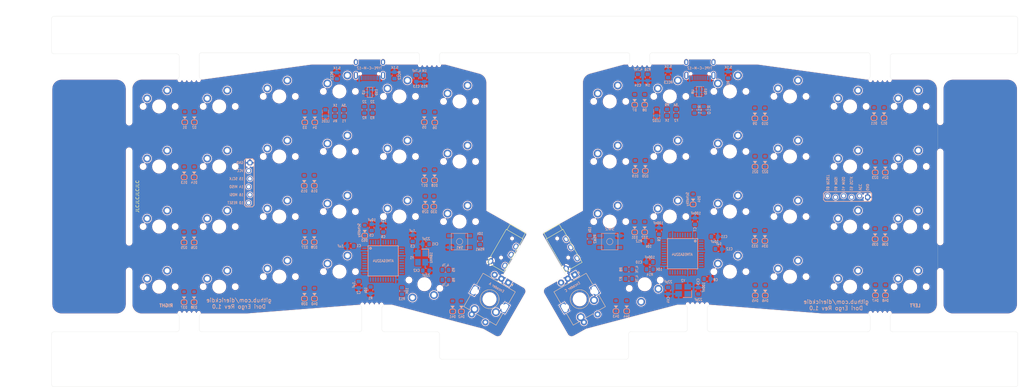
<source format=kicad_pcb>
(kicad_pcb (version 20171130) (host pcbnew "(5.1.4-0)")
  (layers (0 F.Cu signal) (31 B.Cu signal) (34 B.Paste user) (35 F.Paste user) (36 B.SilkS user) (37 F.SilkS user) (38 B.Mask user) (39 F.Mask user) (44 Edge.Cuts user))
  (net 0 "")
  (net 1 "Net-(D1-Pad2)")
  (net 2 "Net-(D2-Pad2)")
  (net 3 "Net-(D3-Pad2)")
  (net 4 "Net-(D4-Pad2)")
  (net 5 "Net-(D5-Pad2)")
  (net 6 "Net-(D6-Pad2)")
  (net 7 "Net-(D7-Pad2)")
  (net 8 "Net-(D8-Pad2)")
  (net 9 "Net-(D9-Pad2)")
  (net 10 "Net-(D10-Pad2)")
  (net 11 "Net-(D11-Pad2)")
  (net 12 "Net-(D12-Pad2)")
  (net 13 "Net-(D13-Pad2)")
  (net 14 "Net-(D14-Pad2)")
  (net 15 "Net-(D15-Pad2)")
  (net 16 "Net-(D16-Pad2)")
  (net 17 "Net-(D17-Pad2)")
  (net 18 "Net-(D18-Pad2)")
  (net 19 "Net-(D19-Pad2)")
  (net 20 "Net-(D20-Pad2)")
  (net 21 "Net-(D21-Pad2)")
  (net 22 "Net-(D22-Pad2)")
  (net 23 "Net-(D23-Pad2)")
  (net 24 "Net-(D24-Pad2)")
  (net 25 "Net-(D25-Pad2)")
  (net 26 "Net-(D26-Pad2)")
  (net 27 "Net-(D27-Pad2)")
  (net 28 "Net-(D28-Pad2)")
  (net 29 "Net-(D29-Pad2)")
  (net 30 "Net-(D30-Pad2)")
  (net 31 "Net-(D31-Pad2)")
  (net 32 "Net-(D32-Pad2)")
  (net 33 "Net-(D33-Pad2)")
  (net 34 "Net-(D34-Pad2)")
  (net 35 "Net-(D35-Pad2)")
  (net 36 "Net-(D36-Pad2)")
  (net 37 "Net-(D37-Pad2)")
  (net 38 "Net-(D38-Pad2)")
  (net 39 "Net-(D39-Pad2)")
  (net 40 "Net-(D40-Pad2)")
  (net 41 "Net-(D41-Pad2)")
  (net 42 "Net-(D42-Pad2)")
  (net 43 "Net-(D43-Pad2)")
  (net 44 "Net-(D44-Pad2)")
  (net 45 "Net-(D45-Pad2)")
  (net 46 "Net-(D46-Pad2)")
  (net 47 "Net-(D47-Pad2)")
  (net 48 "Net-(D48-Pad2)")
  (net 49 "Net-(C6-Pad1)")
  (net 50 "Net-(R1-Pad2)")
  (net 51 "Net-(J1-PadB5)")
  (net 52 "Net-(J1-PadA5)")
  (net 53 GND)
  (net 54 "Net-(LED1-Pad2)")
  (net 55 "Net-(C12-Pad1)")
  (net 56 XTAL1a)
  (net 57 XTAL2a)
  (net 58 XTAL1b)
  (net 59 XTAL2b)
  (net 60 VBUSa)
  (net 61 ISP_RSTa)
  (net 62 SDAa)
  (net 63 SCLa)
  (net 64 SDAb)
  (net 65 SCLb)
  (net 66 "Net-(J5-PadB5)")
  (net 67 "Net-(J5-PadA5)")
  (net 68 ISP_RSTb)
  (net 69 "Net-(LED2-Pad2)")
  (net 70 "Net-(R12-Pad2)")
  (net 71 MOSIb)
  (net 72 VBUSb)
  (net 73 col5a)
  (net 74 col4a)
  (net 75 col3a)
  (net 76 col0a)
  (net 77 col2a)
  (net 78 col5b)
  (net 79 col4b)
  (net 80 col3b)
  (net 81 row1b)
  (net 82 row0b)
  (net 83 col1b)
  (net 84 col2b)
  (net 85 row2b)
  (net 86 row3b)
  (net 87 col1a)
  (net 88 col0b)
  (net 89 GNDA)
  (net 90 VDD)
  (net 91 HDETECT)
  (net 92 +5VA)
  (net 93 HDETECTb)
  (net 94 Enc0a)
  (net 95 Enc0b)
  (net 96 Enc2a)
  (net 97 Enc2b)
  (net 98 "Net-(C13-Pad1)")
  (net 99 "Net-(C14-Pad1)")
  (net 100 DBUSa-)
  (net 101 DBUSa+)
  (net 102 Da-)
  (net 103 Da+)
  (net 104 DBUSb-)
  (net 105 DBUSb+)
  (net 106 Db-)
  (net 107 Db+)
  (net 108 +5V)
  (net 109 "Net-(D1-Pad1)")
  (net 110 "Net-(D13-Pad1)")
  (net 111 "Net-(D25-Pad1)")
  (net 112 "Net-(D37-Pad1)")
  (module Keeb_footprints:MX100 (layer F.Cu) (at 202.38085 49.2252 180)
    (fp_text reference K5)
    (fp_text value KEYSW)
    (pad 1 thru_hole circle (at 3.7846 2.5527 90) (size 2.54 2.54) (drill 1.525) (layers *.Cu *.Mask) (net 74 col4a))
    (pad 2 thru_hole circle (at -2.5654 5.0927 180) (size 2.54 2.54) (drill 1.525) (layers *.Cu *.Mask) (net 5 "Net-(D5-Pad2)"))
    (pad "" np_thru_hole circle (at -5.1054 0.0127 180) (size 1.7018 1.7018) (drill 1.7018) (layers *.Cu *.Mask))
    (pad "" np_thru_hole circle (at 5.0546 0.0127 180) (size 1.7018 1.7018) (drill 1.7018) (layers *.Cu *.Mask))
    (pad "" np_thru_hole circle (at -0.0254 0.0127 180) (size 3.9878 3.9878) (drill 3.9878) (layers *.Cu *.Mask))
  )
  (module Keeb_footprints:MouseBite_IPC7351 (layer F.Cu) (at 135.73125 44.053125)
    (fp_text reference U9)
    (fp_text value HOLE)
    (pad "" np_thru_hole circle (at -3.048 0) (size 0.8 0.8) (drill 0.8) (layers *.Cu *.Mask))
    (pad "" np_thru_hole circle (at -1.524 0) (size 0.8 0.8) (drill 0.8) (layers *.Cu *.Mask))
    (pad "" np_thru_hole circle (at 3.048 0) (size 0.8 0.8) (drill 0.8) (layers *.Cu *.Mask))
    (pad "" np_thru_hole circle (at 1.524 0) (size 0.8 0.8) (drill 0.8) (layers *.Cu *.Mask))
    (pad "" np_thru_hole circle (at 0 0) (size 0.8 0.8) (drill 0.8) (layers *.Cu *.Mask))
  )
  (module Keeb_footprints:MouseBite_IPC7351 (layer F.Cu) (at 278.60625 39.290625)
    (fp_text reference U14)
    (fp_text value HOLE)
    (pad "" np_thru_hole circle (at -3.048 0) (size 0.8 0.8) (drill 0.8) (layers *.Cu *.Mask))
    (pad "" np_thru_hole circle (at -1.524 0) (size 0.8 0.8) (drill 0.8) (layers *.Cu *.Mask))
    (pad "" np_thru_hole circle (at 3.048 0) (size 0.8 0.8) (drill 0.8) (layers *.Cu *.Mask))
    (pad "" np_thru_hole circle (at 1.524 0) (size 0.8 0.8) (drill 0.8) (layers *.Cu *.Mask))
    (pad "" np_thru_hole circle (at 0 0) (size 0.8 0.8) (drill 0.8) (layers *.Cu *.Mask))
  )
  (module Keeb_footprints:MouseBite_IPC7351 (layer F.Cu) (at 354.80625 44.053125)
    (fp_text reference U13)
    (fp_text value HOLE)
    (pad "" np_thru_hole circle (at -3.048 0) (size 0.8 0.8) (drill 0.8) (layers *.Cu *.Mask))
    (pad "" np_thru_hole circle (at -1.524 0) (size 0.8 0.8) (drill 0.8) (layers *.Cu *.Mask))
    (pad "" np_thru_hole circle (at 3.048 0) (size 0.8 0.8) (drill 0.8) (layers *.Cu *.Mask))
    (pad "" np_thru_hole circle (at 1.524 0) (size 0.8 0.8) (drill 0.8) (layers *.Cu *.Mask))
    (pad "" np_thru_hole circle (at 0 0) (size 0.8 0.8) (drill 0.8) (layers *.Cu *.Mask))
  )
  (module Keeb_footprints:MouseBite_IPC7351 (layer F.Cu) (at 211.93125 39.290625)
    (fp_text reference U2)
    (fp_text value HOLE)
    (pad "" np_thru_hole circle (at -3.048 0) (size 0.8 0.8) (drill 0.8) (layers *.Cu *.Mask))
    (pad "" np_thru_hole circle (at -1.524 0) (size 0.8 0.8) (drill 0.8) (layers *.Cu *.Mask))
    (pad "" np_thru_hole circle (at 3.048 0) (size 0.8 0.8) (drill 0.8) (layers *.Cu *.Mask))
    (pad "" np_thru_hole circle (at 1.524 0) (size 0.8 0.8) (drill 0.8) (layers *.Cu *.Mask))
    (pad "" np_thru_hole circle (at 0 0) (size 0.8 0.8) (drill 0.8) (layers *.Cu *.Mask))
  )
  (module Keeb_footprints:MouseBite_IPC7351 (layer F.Cu) (at 193.675 115.189)
    (fp_text reference U7)
    (fp_text value HOLE)
    (pad "" np_thru_hole circle (at -3.048 0) (size 0.8 0.8) (drill 0.8) (layers *.Cu *.Mask))
    (pad "" np_thru_hole circle (at -1.524 0) (size 0.8 0.8) (drill 0.8) (layers *.Cu *.Mask))
    (pad "" np_thru_hole circle (at 3.048 0) (size 0.8 0.8) (drill 0.8) (layers *.Cu *.Mask))
    (pad "" np_thru_hole circle (at 1.524 0) (size 0.8 0.8) (drill 0.8) (layers *.Cu *.Mask))
    (pad "" np_thru_hole circle (at 0 0) (size 0.8 0.8) (drill 0.8) (layers *.Cu *.Mask))
  )
  (module Keeb_footprints:MouseBite_IPC7351 (layer F.Cu) (at 135.73125 117.871875)
    (fp_text reference U6)
    (fp_text value HOLE)
    (pad "" np_thru_hole circle (at -3.048 0) (size 0.8 0.8) (drill 0.8) (layers *.Cu *.Mask))
    (pad "" np_thru_hole circle (at -1.524 0) (size 0.8 0.8) (drill 0.8) (layers *.Cu *.Mask))
    (pad "" np_thru_hole circle (at 3.048 0) (size 0.8 0.8) (drill 0.8) (layers *.Cu *.Mask))
    (pad "" np_thru_hole circle (at 1.524 0) (size 0.8 0.8) (drill 0.8) (layers *.Cu *.Mask))
    (pad "" np_thru_hole circle (at 0 0) (size 0.8 0.8) (drill 0.8) (layers *.Cu *.Mask))
  )
  (module Keeb_footprints:MouseBite_IPC7351 (layer F.Cu) (at 296.8625 115.09375)
    (fp_text reference U10)
    (fp_text value HOLE)
    (pad "" np_thru_hole circle (at -3.048 0) (size 0.8 0.8) (drill 0.8) (layers *.Cu *.Mask))
    (pad "" np_thru_hole circle (at -1.524 0) (size 0.8 0.8) (drill 0.8) (layers *.Cu *.Mask))
    (pad "" np_thru_hole circle (at 3.048 0) (size 0.8 0.8) (drill 0.8) (layers *.Cu *.Mask))
    (pad "" np_thru_hole circle (at 1.524 0) (size 0.8 0.8) (drill 0.8) (layers *.Cu *.Mask))
    (pad "" np_thru_hole circle (at 0 0) (size 0.8 0.8) (drill 0.8) (layers *.Cu *.Mask))
  )
  (module Keeb_footprints:MouseBite_IPC7351 (layer F.Cu) (at 354.80625 117.871875)
    (fp_text reference U11)
    (fp_text value HOLE)
    (pad "" np_thru_hole circle (at -3.048 0) (size 0.8 0.8) (drill 0.8) (layers *.Cu *.Mask))
    (pad "" np_thru_hole circle (at -1.524 0) (size 0.8 0.8) (drill 0.8) (layers *.Cu *.Mask))
    (pad "" np_thru_hole circle (at 3.048 0) (size 0.8 0.8) (drill 0.8) (layers *.Cu *.Mask))
    (pad "" np_thru_hole circle (at 1.524 0) (size 0.8 0.8) (drill 0.8) (layers *.Cu *.Mask))
    (pad "" np_thru_hole circle (at 0 0) (size 0.8 0.8) (drill 0.8) (layers *.Cu *.Mask))
  )
  (module Keebio-Parts:SOT-143B (layer B.Cu) (at 297.4 47.7 270)
    (fp_text reference U8 (at 0 2 90) (layer B.SilkS) (effects (font (size 0.7 0.7)) (justify mirror)))
    (fp_text value PRTR5V0U2X hide)
    (fp_text user ESD (at 0 -2.1 90) (layer B.SilkS) (effects (font (size 0.7 0.7)) (justify mirror)))
    (pad 4 smd rect (at -0.95 1 270) (size 0.6 0.7) (layers B.Cu B.Paste B.Mask) (net 72 VBUSb))
    (pad 3 smd rect (at 0.95 1 270) (size 0.6 0.7) (layers B.Cu B.Paste B.Mask) (net 104 DBUSb-))
    (pad 2 smd rect (at 0.95 -1 270) (size 0.6 0.7) (layers B.Cu B.Paste B.Mask) (net 105 DBUSb+))
    (pad 1 smd rect (at -0.75 -1 270) (size 1 0.7) (layers B.Cu B.Paste B.Mask) (net 53 GND))
  )
  (module Keebio-Parts:SOT-143B (layer B.Cu) (at 193 47.9 270)
    (fp_text reference U3 (at 0 2 270) (layer B.SilkS) (effects (font (size 0.7 0.7)) (justify mirror)))
    (fp_text value PRTR5V0U2X hide)
    (fp_text user ESD (at 0 -2.1 270) (layer B.SilkS) (effects (font (size 0.7 0.7)) (justify mirror)))
    (pad 4 smd rect (at -0.95 1 270) (size 0.6 0.7) (layers B.Cu B.Paste B.Mask) (net 60 VBUSa))
    (pad 3 smd rect (at 0.95 1 270) (size 0.6 0.7) (layers B.Cu B.Paste B.Mask) (net 100 DBUSa-))
    (pad 2 smd rect (at 0.95 -1 270) (size 0.6 0.7) (layers B.Cu B.Paste B.Mask) (net 101 DBUSa+))
    (pad 1 smd rect (at -0.75 -1 270) (size 1 0.7) (layers B.Cu B.Paste B.Mask) (net 53 GND))
  )
  (module Resistor_SMD:R_0805_2012Metric_Pad1.15x1.40mm_HandSolder (layer B.Cu) (at 295.94645 53.45881 90)
    (fp_text reference R11 (at 0 1.65 90) (layer B.SilkS) (effects (justify mirror)))
    (fp_text value 22)
    (pad 2 smd roundrect (at 1.025 0 90) (size 1.15 1.4) (layers B.Cu B.Paste B.Mask) (roundrect_rratio 0.217391) (net 104 DBUSb-))
    (pad 1 smd roundrect (at -1.025 0 90) (size 1.15 1.4) (layers B.Cu B.Paste B.Mask) (roundrect_rratio 0.217391) (net 106 Db-))
  )
  (module Resistor_SMD:R_0805_2012Metric_Pad1.15x1.40mm_HandSolder (layer B.Cu) (at 298.89645 53.45881 90)
    (fp_text reference R10 (at 0 1.65 90) (layer B.SilkS) (effects (justify mirror)))
    (fp_text value 22)
    (pad 2 smd roundrect (at 1.025 0 90) (size 1.15 1.4) (layers B.Cu B.Paste B.Mask) (roundrect_rratio 0.217391) (net 105 DBUSb+))
    (pad 1 smd roundrect (at -1.025 0 90) (size 1.15 1.4) (layers B.Cu B.Paste B.Mask) (roundrect_rratio 0.217391) (net 107 Db+))
  )
  (module Keeb_footprints:PIN_HEADER_1x6_OFFSET (layer B.Cu) (at 344.4875 80.9625 90)
    (fp_text reference J6)
    (fp_text value AVR-ISP-6_mod hide)
    (fp_text user "14 MISO" (at 6.3625 -1.3625 270 unlocked) (layer B.SilkS) (effects (font (size 0.8 0.7)) (justify right mirror)))
    (fp_text user "16 MOSI" (at 6.3625 -3.7375 270 unlocked) (layer B.SilkS) (effects (font (size 0.8 0.7)) (justify right mirror)))
    (fp_text user "15 SCLK" (at 6.4625 1.1625 270 unlocked) (layer B.SilkS) (effects (font (size 0.8 0.7)) (justify right mirror)))
    (fp_text user "10 RESET" (at 7.0125 -6.2875 270 unlocked) (layer B.SilkS) (effects (font (size 0.8 0.7)) (justify right mirror)))
    (fp_text user VCC (at 4.0625 3.9875 270 unlocked) (layer B.SilkS) (effects (font (size 0.8 0.7)) (justify right mirror)))
    (fp_text user GND (at 4.1125 6.3125 270 unlocked) (layer B.SilkS) (effects (font (size 0.8 0.7)) (justify right mirror)))
    (pad 1 thru_hole circle (at 0.2032 -6.35 90) (size 1.6002 1.6002) (drill 1.0668) (layers *.Cu *.Mask) (net 68 ISP_RSTb))
    (pad 4 thru_hole circle (at -0.2032 -3.81 90) (size 1.6002 1.6002) (drill 1.0668) (layers *.Cu *.Mask) (net 71 MOSIb))
    (pad 3 thru_hole circle (at 0.2032 -1.27 90) (size 1.6002 1.6002) (drill 1.0668) (layers *.Cu *.Mask) (net 79 col4b))
    (pad 5 thru_hole circle (at -0.2032 1.27 90) (size 1.6002 1.6002) (drill 1.0668) (layers *.Cu *.Mask) (net 78 col5b))
    (pad 2 thru_hole circle (at 0.2032 3.81 90) (size 1.6002 1.6002) (drill 1.0668) (layers *.Cu *.Mask) (net 92 +5VA))
    (pad 6 thru_hole roundrect (at -0.2032 6.35 90) (size 1.6002 1.6002) (drill 1.0668) (layers *.Cu *.Mask) (net 89 GNDA))
  )
  (module Keeb_footprints:MX100 (layer F.Cu) (at 364.33125 71.4375 180)
    (fp_text reference K24)
    (fp_text value KEYSW)
    (pad 1 thru_hole circle (at 3.7846 2.5527 90) (size 2.54 2.54) (drill 1.525) (layers *.Cu *.Mask) (net 78 col5b))
    (pad 2 thru_hole circle (at -2.5654 5.0927 180) (size 2.54 2.54) (drill 1.525) (layers *.Cu *.Mask) (net 24 "Net-(D24-Pad2)"))
    (pad "" np_thru_hole circle (at -5.1054 0.0127 180) (size 1.7018 1.7018) (drill 1.7018) (layers *.Cu *.Mask))
    (pad "" np_thru_hole circle (at 5.0546 0.0127 180) (size 1.7018 1.7018) (drill 1.7018) (layers *.Cu *.Mask))
    (pad "" np_thru_hole circle (at -0.0254 0.0127 180) (size 3.9878 3.9878) (drill 3.9878) (layers *.Cu *.Mask))
  )
  (module Keeb_footprints:MX100 (layer F.Cu) (at 288.10585 68.2752 180)
    (fp_text reference K20)
    (fp_text value KEYSW)
    (pad 1 thru_hole circle (at 3.7846 2.5527 90) (size 2.54 2.54) (drill 1.525) (layers *.Cu *.Mask) (net 83 col1b))
    (pad 2 thru_hole circle (at -2.5654 5.0927 180) (size 2.54 2.54) (drill 1.525) (layers *.Cu *.Mask) (net 20 "Net-(D20-Pad2)"))
    (pad "" np_thru_hole circle (at -5.1054 0.0127 180) (size 1.7018 1.7018) (drill 1.7018) (layers *.Cu *.Mask))
    (pad "" np_thru_hole circle (at 5.0546 0.0127 180) (size 1.7018 1.7018) (drill 1.7018) (layers *.Cu *.Mask))
    (pad "" np_thru_hole circle (at -0.0254 0.0127 180) (size 3.9878 3.9878) (drill 3.9878) (layers *.Cu *.Mask))
  )
  (module Capacitor_SMD:C_0805_2012Metric_Pad1.15x1.40mm_HandSolder (layer B.Cu) (at 296.1 88.8 90)
    (fp_text reference C7 (at -2.54 0 270) (layer B.SilkS) (effects (font (size 0.8 0.7)) (justify mirror)))
    (fp_text value 100nF)
    (fp_text user %V (at 2.54 0.254 180) (layer B.SilkS) (effects (font (size 0.8 0.7)) (justify mirror)))
    (pad 2 smd roundrect (at 1.025 0 90) (size 1.15 1.4) (layers B.Cu B.Paste B.Mask) (roundrect_rratio 0.217391) (net 89 GNDA))
    (pad 1 smd roundrect (at -1.025 0 90) (size 1.15 1.4) (layers B.Cu B.Paste B.Mask) (roundrect_rratio 0.217391) (net 90 VDD))
  )
  (module Keeb_footprints:MX100 (layer F.Cu) (at 307.15585 104.7877 180)
    (fp_text reference K45)
    (fp_text value KEYSW)
    (pad 1 thru_hole circle (at 3.7846 2.5527 90) (size 2.54 2.54) (drill 1.525) (layers *.Cu *.Mask) (net 84 col2b))
    (pad 2 thru_hole circle (at -2.5654 5.0927 180) (size 2.54 2.54) (drill 1.525) (layers *.Cu *.Mask) (net 45 "Net-(D45-Pad2)"))
    (pad "" np_thru_hole circle (at -5.1054 0.0127 180) (size 1.7018 1.7018) (drill 1.7018) (layers *.Cu *.Mask))
    (pad "" np_thru_hole circle (at 5.0546 0.0127 180) (size 1.7018 1.7018) (drill 1.7018) (layers *.Cu *.Mask))
    (pad "" np_thru_hole circle (at -0.0254 0.0127 180) (size 3.9878 3.9878) (drill 3.9878) (layers *.Cu *.Mask))
  )
  (module Capacitor_SMD:C_0805_2012Metric_Pad1.15x1.40mm_HandSolder (layer B.Cu) (at 302.3 93.7)
    (fp_text reference C11 (at 3.048 -0.0254) (layer B.SilkS) (effects (font (size 0.8 0.7)) (justify mirror)))
    (fp_text value 10uF)
    (fp_text user %V (at 0 1.524) (layer B.SilkS) (effects (font (size 0.8 0.7)) (justify mirror)))
    (pad 2 smd roundrect (at 1.025 0) (size 1.15 1.4) (layers B.Cu B.Paste B.Mask) (roundrect_rratio 0.217391) (net 89 GNDA))
    (pad 1 smd roundrect (at -1.025 0) (size 1.15 1.4) (layers B.Cu B.Paste B.Mask) (roundrect_rratio 0.217391) (net 92 +5VA))
  )
  (module Keeb_footprints:MX100 (layer F.Cu) (at 326.20585 49.2252 180)
    (fp_text reference K10)
    (fp_text value KEYSW)
    (pad 1 thru_hole circle (at 3.7846 2.5527 90) (size 2.54 2.54) (drill 1.525) (layers *.Cu *.Mask) (net 80 col3b))
    (pad 2 thru_hole circle (at -2.5654 5.0927 180) (size 2.54 2.54) (drill 1.525) (layers *.Cu *.Mask) (net 10 "Net-(D10-Pad2)"))
    (pad "" np_thru_hole circle (at -5.1054 0.0127 180) (size 1.7018 1.7018) (drill 1.7018) (layers *.Cu *.Mask))
    (pad "" np_thru_hole circle (at 5.0546 0.0127 180) (size 1.7018 1.7018) (drill 1.7018) (layers *.Cu *.Mask))
    (pad "" np_thru_hole circle (at -0.0254 0.0127 180) (size 3.9878 3.9878) (drill 3.9878) (layers *.Cu *.Mask))
  )
  (module LED_SMD:LED_0805_2012Metric_Pad1.15x1.40mm_HandSolder (layer B.Cu) (at 283.95 54.3 90)
    (fp_text reference LED2 (at -2.6 -0.05 180) (layer B.SilkS) (effects (font (size 0.8 0.7)) (justify mirror)))
    (fp_text value LED)
    (pad 2 smd roundrect (at 1.025 0 90) (size 1.15 1.4) (layers B.Cu B.Paste B.Mask) (roundrect_rratio 0.217391) (net 69 "Net-(LED2-Pad2)"))
    (pad 1 smd roundrect (at -1.025 0 90) (size 1.15 1.4) (layers B.Cu B.Paste B.Mask) (roundrect_rratio 0.217391) (net 89 GNDA))
  )
  (module Keeb_footprints:MouseBite_IPC7351 (layer F.Cu) (at 135.73125 39.290625)
    (fp_text reference U18)
    (fp_text value HOLE)
    (pad "" np_thru_hole circle (at -2.54 0) (size 0.8 0.8) (drill 0.8) (layers *.Cu *.Mask))
    (pad "" np_thru_hole circle (at -1.27 0) (size 0.8 0.8) (drill 0.8) (layers *.Cu *.Mask))
    (pad "" np_thru_hole circle (at 2.54 0) (size 0.8 0.8) (drill 0.8) (layers *.Cu *.Mask))
    (pad "" np_thru_hole circle (at 1.27 0) (size 0.8 0.8) (drill 0.8) (layers *.Cu *.Mask))
    (pad "" np_thru_hole circle (at 0 0) (size 0.8 0.8) (drill 0.8) (layers *.Cu *.Mask))
  )
  (module Keeb_footprints:MouseBite_IPC7351 (layer F.Cu) (at 354.80625 39.290625)
    (fp_text reference U17)
    (fp_text value HOLE)
    (pad "" np_thru_hole circle (at -2.54 0) (size 0.8 0.8) (drill 0.8) (layers *.Cu *.Mask))
    (pad "" np_thru_hole circle (at -1.27 0) (size 0.8 0.8) (drill 0.8) (layers *.Cu *.Mask))
    (pad "" np_thru_hole circle (at 2.54 0) (size 0.8 0.8) (drill 0.8) (layers *.Cu *.Mask))
    (pad "" np_thru_hole circle (at 1.27 0) (size 0.8 0.8) (drill 0.8) (layers *.Cu *.Mask))
    (pad "" np_thru_hole circle (at 0 0) (size 0.8 0.8) (drill 0.8) (layers *.Cu *.Mask))
  )
  (module Resistor_SMD:R_0805_2012Metric_Pad1.15x1.40mm_HandSolder (layer B.Cu) (at 227.95 95.15 90)
    (fp_text reference RSW1 (at -2.55 0 180) (layer B.SilkS) (effects (font (size 0.8 0.7)) (justify mirror)))
    (fp_text value 10k)
    (fp_text user %V (at 2.45 0 180) (layer B.SilkS) (effects (font (size 0.8 0.7)) (justify mirror)))
    (pad 2 smd roundrect (at 1.025 0 90) (size 1.15 1.4) (layers B.Cu B.Paste B.Mask) (roundrect_rratio 0.217391) (net 108 +5V))
    (pad 1 smd roundrect (at -1.025 0 90) (size 1.15 1.4) (layers B.Cu B.Paste B.Mask) (roundrect_rratio 0.217391) (net 61 ISP_RSTa))
  )
  (module Keeb_footprints:D_SOD-123_modified (layer B.Cu) (at 175.375 93.75 90)
    (fp_text reference D28 (at -3.302 0 180) (layer B.SilkS) (effects (font (size 0.8 0.7)) (justify mirror)))
    (fp_text value D)
    (pad 2 smd roundrect (at 1.65 0 90) (size 1 1.2) (layers B.Cu B.Paste B.Mask) (net 28 "Net-(D28-Pad2)"))
    (pad 1 smd roundrect (at -1.65 0 90) (size 1 1.2) (layers B.Cu B.Paste B.Mask) (net 111 "Net-(D25-Pad1)"))
  )
  (module Keeb_footprints:MX100 (layer F.Cu) (at 183.33085 85.7377 180)
    (fp_text reference K28)
    (fp_text value KEYSW)
    (pad 1 thru_hole circle (at 3.7846 2.5527 90) (size 2.54 2.54) (drill 1.525) (layers *.Cu *.Mask) (net 75 col3a))
    (pad 2 thru_hole circle (at -2.5654 5.0927 180) (size 2.54 2.54) (drill 1.525) (layers *.Cu *.Mask) (net 28 "Net-(D28-Pad2)"))
    (pad "" np_thru_hole circle (at -5.1054 0.0127 180) (size 1.7018 1.7018) (drill 1.7018) (layers *.Cu *.Mask))
    (pad "" np_thru_hole circle (at 5.0546 0.0127 180) (size 1.7018 1.7018) (drill 1.7018) (layers *.Cu *.Mask))
    (pad "" np_thru_hole circle (at -0.0254 0.0127 180) (size 3.9878 3.9878) (drill 3.9878) (layers *.Cu *.Mask))
  )
  (module Keeb_footprints:MX100 (layer F.Cu) (at 202.38085 68.2752 180)
    (fp_text reference K17)
    (fp_text value KEYSW)
    (pad 1 thru_hole circle (at 3.7846 2.5527 90) (size 2.54 2.54) (drill 1.525) (layers *.Cu *.Mask) (net 74 col4a))
    (pad 2 thru_hole circle (at -2.5654 5.0927 180) (size 2.54 2.54) (drill 1.525) (layers *.Cu *.Mask) (net 17 "Net-(D17-Pad2)"))
    (pad "" np_thru_hole circle (at -5.1054 0.0127 180) (size 1.7018 1.7018) (drill 1.7018) (layers *.Cu *.Mask))
    (pad "" np_thru_hole circle (at 5.0546 0.0127 180) (size 1.7018 1.7018) (drill 1.7018) (layers *.Cu *.Mask))
    (pad "" np_thru_hole circle (at -0.0254 0.0127 180) (size 3.9878 3.9878) (drill 3.9878) (layers *.Cu *.Mask))
  )
  (module Resistor_SMD:R_0805_2012Metric_Pad1.15x1.40mm_HandSolder (layer B.Cu) (at 210.3 43.5 270)
    (fp_text reference R15 (at 2.5 0) (layer B.SilkS) (effects (font (size 0.8 0.7)) (justify mirror)))
    (fp_text value 1M)
    (fp_text user %V (at -2.4 0 180) (layer B.SilkS) (effects (font (size 0.8 0.7)) (justify mirror)))
    (pad 2 smd roundrect (at 1.025 0 270) (size 1.15 1.4) (layers B.Cu B.Paste B.Mask) (roundrect_rratio 0.217391) (net 53 GND))
    (pad 1 smd roundrect (at -1.025 0 270) (size 1.15 1.4) (layers B.Cu B.Paste B.Mask) (roundrect_rratio 0.217391) (net 98 "Net-(C13-Pad1)"))
  )
  (module Capacitor_SMD:C_0805_2012Metric_Pad1.15x1.40mm_HandSolder (layer B.Cu) (at 207.75 43.5 270)
    (fp_text reference C13 (at 2.5 0 180) (layer B.SilkS) (effects (font (size 0.8 0.7)) (justify mirror)))
    (fp_text value 4.7nF)
    (fp_text user %V (at -2.4 -0.05 180) (layer B.SilkS) (effects (font (size 0.8 0.7)) (justify mirror)))
    (pad 2 smd roundrect (at 1.025 0 270) (size 1.15 1.4) (layers B.Cu B.Paste B.Mask) (roundrect_rratio 0.217391) (net 53 GND))
    (pad 1 smd roundrect (at -1.025 0 270) (size 1.15 1.4) (layers B.Cu B.Paste B.Mask) (roundrect_rratio 0.217391) (net 98 "Net-(C13-Pad1)"))
  )
  (module Keeb_footprints:MX100 (layer F.Cu) (at 183.35625 104.775 180)
    (fp_text reference K40)
    (fp_text value KEYSW)
    (pad 1 thru_hole circle (at 3.7846 2.5527 90) (size 2.54 2.54) (drill 1.525) (layers *.Cu *.Mask) (net 75 col3a))
    (pad 2 thru_hole circle (at -2.5654 5.0927 180) (size 2.54 2.54) (drill 1.525) (layers *.Cu *.Mask) (net 40 "Net-(D40-Pad2)"))
    (pad "" np_thru_hole circle (at -5.1054 0.0127 180) (size 1.7018 1.7018) (drill 1.7018) (layers *.Cu *.Mask))
    (pad "" np_thru_hole circle (at 5.0546 0.0127 180) (size 1.7018 1.7018) (drill 1.7018) (layers *.Cu *.Mask))
    (pad "" np_thru_hole circle (at -0.0254 0.0127 180) (size 3.9878 3.9878) (drill 3.9878) (layers *.Cu *.Mask))
  )
  (module Keeb_footprints:MX100 (layer F.Cu) (at 164.28085 68.2752 180)
    (fp_text reference K15)
    (fp_text value KEYSW)
    (pad 1 thru_hole circle (at 3.7846 2.5527 90) (size 2.54 2.54) (drill 1.525) (layers *.Cu *.Mask) (net 77 col2a))
    (pad 2 thru_hole circle (at -2.5654 5.0927 180) (size 2.54 2.54) (drill 1.525) (layers *.Cu *.Mask) (net 15 "Net-(D15-Pad2)"))
    (pad "" np_thru_hole circle (at -5.1054 0.0127 180) (size 1.7018 1.7018) (drill 1.7018) (layers *.Cu *.Mask))
    (pad "" np_thru_hole circle (at 5.0546 0.0127 180) (size 1.7018 1.7018) (drill 1.7018) (layers *.Cu *.Mask))
    (pad "" np_thru_hole circle (at -0.0254 0.0127 180) (size 3.9878 3.9878) (drill 3.9878) (layers *.Cu *.Mask))
  )
  (module Crystal:Crystal_SMD_3225-4Pin_3.2x2.5mm_HandSoldering (layer B.Cu) (at 209.407 100.342 270)
    (fp_text reference Y1 (at 0.008 3.057 180) (layer B.SilkS) (effects (font (size 0.8 0.7)) (justify mirror)))
    (fp_text value 16MHz (at 0 -3.05 270) (layer B.SilkS) (effects (font (size 0.8 0.7)) (justify mirror)))
    (pad 4 smd rect (at -1.45 1.15 270) (size 2.1 1.8) (layers B.Cu B.Paste B.Mask) (net 53 GND))
    (pad 3 smd rect (at 1.45 1.15 270) (size 2.1 1.8) (layers B.Cu B.Paste B.Mask) (net 57 XTAL2a))
    (pad 2 smd rect (at 1.45 -1.15 270) (size 2.1 1.8) (layers B.Cu B.Paste B.Mask) (net 53 GND))
    (pad 1 smd rect (at -1.45 -1.15 270) (size 2.1 1.8) (layers B.Cu B.Paste B.Mask) (net 56 XTAL1a))
  )
  (module Keeb_footprints:MX100 (layer F.Cu) (at 164.28085 49.2252 180)
    (fp_text reference K3)
    (fp_text value KEYSW)
    (pad 1 thru_hole circle (at 3.7846 2.5527 90) (size 2.54 2.54) (drill 1.525) (layers *.Cu *.Mask) (net 77 col2a))
    (pad 2 thru_hole circle (at -2.5654 5.0927 180) (size 2.54 2.54) (drill 1.525) (layers *.Cu *.Mask) (net 3 "Net-(D3-Pad2)"))
    (pad "" np_thru_hole circle (at -5.1054 0.0127 180) (size 1.7018 1.7018) (drill 1.7018) (layers *.Cu *.Mask))
    (pad "" np_thru_hole circle (at 5.0546 0.0127 180) (size 1.7018 1.7018) (drill 1.7018) (layers *.Cu *.Mask))
    (pad "" np_thru_hole circle (at -0.0254 0.0127 180) (size 3.9878 3.9878) (drill 3.9878) (layers *.Cu *.Mask))
  )
  (module Resistor_SMD:R_0805_2012Metric_Pad1.15x1.40mm_HandSolder (layer B.Cu) (at 191.26825 53.46825 90)
    (fp_text reference R2 (at -2.528998 0.027001 180) (layer B.SilkS) (effects (font (size 0.8 0.7)) (justify mirror)))
    (fp_text value 22)
    (fp_text user %V (at 2.551002 0 180) (layer B.SilkS) (effects (font (size 0.8 0.7)) (justify mirror)))
    (pad 2 smd roundrect (at 1.025 0 90) (size 1.15 1.4) (layers B.Cu B.Paste B.Mask) (roundrect_rratio 0.217391) (net 100 DBUSa-))
    (pad 1 smd roundrect (at -1.025 0 90) (size 1.15 1.4) (layers B.Cu B.Paste B.Mask) (roundrect_rratio 0.217391) (net 102 Da-))
  )
  (module Capacitor_SMD:C_0805_2012Metric_Pad1.15x1.40mm_HandSolder (layer B.Cu) (at 210.8 104.45)
    (fp_text reference CX2 (at -2.95 -0.05) (layer B.SilkS) (effects (font (size 0.8 0.7)) (justify mirror)))
    (fp_text value 22pF)
    (fp_text user %V (at 0 1.45) (layer B.SilkS) (effects (font (size 0.8 0.7)) (justify mirror)))
    (pad 2 smd roundrect (at 1.025 0) (size 1.15 1.4) (layers B.Cu B.Paste B.Mask) (roundrect_rratio 0.217391) (net 53 GND))
    (pad 1 smd roundrect (at -1.025 0) (size 1.15 1.4) (layers B.Cu B.Paste B.Mask) (roundrect_rratio 0.217391) (net 57 XTAL2a))
  )
  (module Capacitor_SMD:C_0805_2012Metric_Pad1.15x1.40mm_HandSolder (layer B.Cu) (at 189.5 108.9 270)
    (fp_text reference C2 (at 2.5 0.05 180) (layer B.SilkS) (effects (font (size 0.8 0.7)) (justify mirror)))
    (fp_text value .1uF)
    (fp_text user %V (at 0 1.575 270) (layer B.SilkS) (effects (font (size 0.8 0.7)) (justify mirror)))
    (pad 2 smd roundrect (at 1.025 0 270) (size 1.15 1.4) (layers B.Cu B.Paste B.Mask) (roundrect_rratio 0.217391) (net 53 GND))
    (pad 1 smd roundrect (at -1.025 0 270) (size 1.15 1.4) (layers B.Cu B.Paste B.Mask) (roundrect_rratio 0.217391) (net 108 +5V))
  )
  (module Resistor_SMD:R_0805_2012Metric_Pad1.15x1.40mm_HandSolder (layer B.Cu) (at 306.65 42.4 270)
    (fp_text reference RCC4 (at 3.175 0 90) (layer B.SilkS) (effects (font (size 0.8 0.7)) (justify mirror)))
    (fp_text value 5.1K)
    (fp_text user %V (at -2.413 0 180) (layer B.SilkS) (effects (font (size 0.8 0.7)) (justify mirror)))
    (pad 2 smd roundrect (at 1.025 0 270) (size 1.15 1.4) (layers B.Cu B.Paste B.Mask) (roundrect_rratio 0.217391) (net 66 "Net-(J5-PadB5)"))
    (pad 1 smd roundrect (at -1.025 0 270) (size 1.15 1.4) (layers B.Cu B.Paste B.Mask) (roundrect_rratio 0.217391) (net 89 GNDA))
  )
  (module Fuse:Fuse_0805_2012Metric_Pad1.15x1.40mm_HandSolder (layer B.Cu) (at 290.15 54.3 90)
    (fp_text reference F2 (at -2.54 0) (layer B.SilkS) (effects (font (size 0.8 0.7)) (justify mirror)))
    (fp_text value .5A)
    (fp_text user %V (at 2.4 0 180) (layer B.SilkS) (effects (font (size 0.8 0.7)) (justify mirror)))
    (pad 2 smd roundrect (at 1.025 0 90) (size 1.15 1.4) (layers B.Cu B.Paste B.Mask) (roundrect_rratio 0.217391) (net 72 VBUSb))
    (pad 1 smd roundrect (at -1.025 0 90) (size 1.15 1.4) (layers B.Cu B.Paste B.Mask) (roundrect_rratio 0.217391) (net 92 +5VA))
  )
  (module Fuse:Fuse_0805_2012Metric_Pad1.15x1.40mm_HandSolder (layer B.Cu) (at 184.793 54.4565 90)
    (fp_text reference F1 (at -2.5435 0) (layer B.SilkS) (effects (font (size 0.8 0.7)) (justify mirror)))
    (fp_text value .5A)
    (fp_text user %V (at 2.4065 0.057 180) (layer B.SilkS) (effects (font (size 0.8 0.7)) (justify mirror)))
    (pad 2 smd roundrect (at 1.025 0 90) (size 1.15 1.4) (layers B.Cu B.Paste B.Mask) (roundrect_rratio 0.217391) (net 60 VBUSa))
    (pad 1 smd roundrect (at -1.025 0 90) (size 1.15 1.4) (layers B.Cu B.Paste B.Mask) (roundrect_rratio 0.217391) (net 108 +5V))
  )
  (module Resistor_SMD:R_0805_2012Metric_Pad1.15x1.40mm_HandSolder (layer B.Cu) (at 281.1 43.2 270)
    (fp_text reference R16 (at -2.54 0 180) (layer B.SilkS) (effects (font (size 0.8 0.7)) (justify mirror)))
    (fp_text value 1M)
    (fp_text user %V (at 2.413 0 180) (layer B.SilkS) (effects (font (size 0.8 0.7)) (justify mirror)))
    (pad 2 smd roundrect (at 1.025 0 270) (size 1.15 1.4) (layers B.Cu B.Paste B.Mask) (roundrect_rratio 0.217391) (net 89 GNDA))
    (pad 1 smd roundrect (at -1.025 0 270) (size 1.15 1.4) (layers B.Cu B.Paste B.Mask) (roundrect_rratio 0.217391) (net 99 "Net-(C14-Pad1)"))
  )
  (module Capacitor_SMD:C_0805_2012Metric_Pad1.15x1.40mm_HandSolder (layer B.Cu) (at 278 43.2 270)
    (fp_text reference C14 (at 2.46 0 180) (layer B.SilkS) (effects (font (size 0.8 0.7)) (justify mirror)))
    (fp_text value 4.7nF)
    (fp_text user %V (at -2.54 -0.02 180) (layer B.SilkS) (effects (font (size 0.8 0.7)) (justify mirror)))
    (pad 2 smd roundrect (at 1.025 0 270) (size 1.15 1.4) (layers B.Cu B.Paste B.Mask) (roundrect_rratio 0.217391) (net 89 GNDA))
    (pad 1 smd roundrect (at -1.025 0 270) (size 1.15 1.4) (layers B.Cu B.Paste B.Mask) (roundrect_rratio 0.217391) (net 99 "Net-(C14-Pad1)"))
  )
  (module Keeb_footprints:MX100 (layer F.Cu) (at 288.10585 87.3252 180)
    (fp_text reference K32)
    (fp_text value KEYSW)
    (pad 1 thru_hole circle (at 3.7846 2.5527 90) (size 2.54 2.54) (drill 1.525) (layers *.Cu *.Mask) (net 83 col1b))
    (pad 2 thru_hole circle (at -2.5654 5.0927 180) (size 2.54 2.54) (drill 1.525) (layers *.Cu *.Mask) (net 32 "Net-(D32-Pad2)"))
    (pad "" np_thru_hole circle (at -5.1054 0.0127 180) (size 1.7018 1.7018) (drill 1.7018) (layers *.Cu *.Mask))
    (pad "" np_thru_hole circle (at 5.0546 0.0127 180) (size 1.7018 1.7018) (drill 1.7018) (layers *.Cu *.Mask))
    (pad "" np_thru_hole circle (at -0.0254 0.0127 180) (size 3.9878 3.9878) (drill 3.9878) (layers *.Cu *.Mask))
  )
  (module Keeb_footprints:MX100 (layer F.Cu) (at 269.05585 88.9127 180)
    (fp_text reference K31)
    (fp_text value KEYSW)
    (pad 1 thru_hole circle (at 3.7846 2.5527 90) (size 2.54 2.54) (drill 1.525) (layers *.Cu *.Mask) (net 88 col0b))
    (pad 2 thru_hole circle (at -2.5654 5.0927 180) (size 2.54 2.54) (drill 1.525) (layers *.Cu *.Mask) (net 31 "Net-(D31-Pad2)"))
    (pad "" np_thru_hole circle (at -5.1054 0.0127 180) (size 1.7018 1.7018) (drill 1.7018) (layers *.Cu *.Mask))
    (pad "" np_thru_hole circle (at 5.0546 0.0127 180) (size 1.7018 1.7018) (drill 1.7018) (layers *.Cu *.Mask))
    (pad "" np_thru_hole circle (at -0.0254 0.0127 180) (size 3.9878 3.9878) (drill 3.9878) (layers *.Cu *.Mask))
  )
  (module Keeb_footprints:MX100 (layer F.Cu) (at 221.43085 69.8627 180)
    (fp_text reference K18)
    (fp_text value KEYSW)
    (pad 1 thru_hole circle (at 3.7846 2.5527 90) (size 2.54 2.54) (drill 1.525) (layers *.Cu *.Mask) (net 73 col5a))
    (pad 2 thru_hole circle (at -2.5654 5.0927 180) (size 2.54 2.54) (drill 1.525) (layers *.Cu *.Mask) (net 18 "Net-(D18-Pad2)"))
    (pad "" np_thru_hole circle (at -5.1054 0.0127 180) (size 1.7018 1.7018) (drill 1.7018) (layers *.Cu *.Mask))
    (pad "" np_thru_hole circle (at 5.0546 0.0127 180) (size 1.7018 1.7018) (drill 1.7018) (layers *.Cu *.Mask))
    (pad "" np_thru_hole circle (at -0.0254 0.0127 180) (size 3.9878 3.9878) (drill 3.9878) (layers *.Cu *.Mask))
  )
  (module Capacitor_SMD:C_0805_2012Metric_Pad1.15x1.40mm_HandSolder (layer B.Cu) (at 300 107.1)
    (fp_text reference C8 (at 2.667 0.254) (layer B.SilkS) (effects (font (size 0.8 0.7)) (justify mirror)))
    (fp_text value 100nF)
    (fp_text user %V (at -1.143 2.667 270) (layer B.SilkS) (effects (font (size 0.8 0.7)) (justify mirror)))
    (pad 2 smd roundrect (at 1.025 0) (size 1.15 1.4) (layers B.Cu B.Paste B.Mask) (roundrect_rratio 0.217391) (net 89 GNDA))
    (pad 1 smd roundrect (at -1.025 0) (size 1.15 1.4) (layers B.Cu B.Paste B.Mask) (roundrect_rratio 0.217391) (net 90 VDD))
  )
  (module Resistor_SMD:R_0805_2012Metric_Pad1.15x1.40mm_HandSolder (layer B.Cu) (at 281.8 104.05)
    (fp_text reference R14 (at 0 1.65) (layer B.SilkS) (effects (font (size 0.8 0.7)) (justify mirror)))
    (fp_text value 10K)
    (fp_text user %V (at 2.921 0) (layer B.SilkS) (effects (font (size 0.8 0.7)) (justify mirror)))
    (pad 2 smd roundrect (at 1.025 0) (size 1.15 1.4) (layers B.Cu B.Paste B.Mask) (roundrect_rratio 0.217391) (net 93 HDETECTb))
    (pad 1 smd roundrect (at -1.025 0) (size 1.15 1.4) (layers B.Cu B.Paste B.Mask) (roundrect_rratio 0.217391) (net 90 VDD))
  )
  (module Keeb_footprints:D_SOD-123_modified (layer B.Cu) (at 295.5 81.8 90)
    (fp_text reference D54 (at 0 1.905 270) (layer B.SilkS) (effects (font (size 0.8 0.7)) (justify mirror)))
    (fp_text value Schottky (at 0 -1.778 90) (layer B.SilkS) (effects (font (size 0.8 0.7)) (justify mirror)))
    (pad 2 smd roundrect (at 1.65 0 90) (size 1 1.2) (layers B.Cu B.Paste B.Mask) (net 92 +5VA))
    (pad 1 smd roundrect (at -1.65 0 90) (size 1 1.2) (layers B.Cu B.Paste B.Mask) (net 90 VDD))
  )
  (module Keeb_footprints:D_SOD-123_modified (layer B.Cu) (at 191.4 91.7 90)
    (fp_text reference D53 (at -3.15 -0.05) (layer B.SilkS) (effects (font (size 0.8 0.7)) (justify mirror)))
    (fp_text value Schottky (at 0.025 -1.825 270) (layer B.SilkS) (effects (font (size 0.8 0.7)) (justify mirror)))
    (pad 2 smd roundrect (at 1.65 0 90) (size 1 1.2) (layers B.Cu B.Paste B.Mask) (net 108 +5V))
    (pad 1 smd roundrect (at -1.65 0 90) (size 1 1.2) (layers B.Cu B.Paste B.Mask) (net 108 +5V))
  )
  (module Resistor_SMD:R_0805_2012Metric_Pad1.15x1.40mm_HandSolder (layer B.Cu) (at 203.2 110.9 90)
    (fp_text reference R13 (at -2.5 0 180) (layer B.SilkS) (effects (font (size 0.8 0.7)) (justify mirror)))
    (fp_text value 10K)
    (fp_text user %V (at 0 1.6 270) (layer B.SilkS) (effects (font (size 0.8 0.7)) (justify mirror)))
    (pad 2 smd roundrect (at 1.025 0 90) (size 1.15 1.4) (layers B.Cu B.Paste B.Mask) (roundrect_rratio 0.217391) (net 91 HDETECT))
    (pad 1 smd roundrect (at -1.025 0 90) (size 1.15 1.4) (layers B.Cu B.Paste B.Mask) (roundrect_rratio 0.217391) (net 108 +5V))
  )
  (module Resistor_SMD:R_0805_2012Metric_Pad1.15x1.40mm_HandSolder (layer B.Cu) (at 217 104.2)
    (fp_text reference R5 (at 2.54 0 -270) (layer B.SilkS) (effects (font (size 0.8 0.7)) (justify mirror)))
    (fp_text value 4.7k)
    (fp_text user %V (at 0 -1.45) (layer B.SilkS) (effects (font (size 0.8 0.7)) (justify mirror)))
    (pad 2 smd roundrect (at 1.025 0) (size 1.15 1.4) (layers B.Cu B.Paste B.Mask) (roundrect_rratio 0.217391) (net 63 SCLa))
    (pad 1 smd roundrect (at -1.025 0) (size 1.15 1.4) (layers B.Cu B.Paste B.Mask) (roundrect_rratio 0.217391) (net 108 +5V))
  )
  (module Keeb_footprints:MX100 (layer F.Cu) (at 326.20585 106.3752 180)
    (fp_text reference K46)
    (fp_text value KEYSW)
    (pad 1 thru_hole circle (at 3.7846 2.5527 90) (size 2.54 2.54) (drill 1.525) (layers *.Cu *.Mask) (net 80 col3b))
    (pad 2 thru_hole circle (at -2.5654 5.0927 180) (size 2.54 2.54) (drill 1.525) (layers *.Cu *.Mask) (net 46 "Net-(D46-Pad2)"))
    (pad "" np_thru_hole circle (at -5.1054 0.0127 180) (size 1.7018 1.7018) (drill 1.7018) (layers *.Cu *.Mask))
    (pad "" np_thru_hole circle (at 5.0546 0.0127 180) (size 1.7018 1.7018) (drill 1.7018) (layers *.Cu *.Mask))
    (pad "" np_thru_hole circle (at -0.0254 0.0127 180) (size 3.9878 3.9878) (drill 3.9878) (layers *.Cu *.Mask))
  )
  (module Keeb_footprints:D_SOD-123_modified (layer B.Cu) (at 353.224999 92.811377 90)
    (fp_text reference D35 (at -3.302 0 180) (layer B.SilkS) (effects (font (size 0.8 0.7)) (justify mirror)))
    (fp_text value D)
    (pad 2 smd roundrect (at 1.65 0 90) (size 1 1.2) (layers B.Cu B.Paste B.Mask) (net 35 "Net-(D35-Pad2)"))
    (pad 1 smd roundrect (at -1.65 0 90) (size 1 1.2) (layers B.Cu B.Paste B.Mask) (net 85 row2b))
  )
  (module Keeb_footprints:D_SOD-123_modified (layer B.Cu) (at 356.399999 92.811377 90)
    (fp_text reference D36 (at -3.302 0 180) (layer B.SilkS) (effects (font (size 0.8 0.7)) (justify mirror)))
    (fp_text value D)
    (pad 2 smd roundrect (at 1.65 0 90) (size 1 1.2) (layers B.Cu B.Paste B.Mask) (net 36 "Net-(D36-Pad2)"))
    (pad 1 smd roundrect (at -1.65 0 90) (size 1 1.2) (layers B.Cu B.Paste B.Mask) (net 85 row2b))
  )
  (module Resistor_SMD:R_0805_2012Metric_Pad1.15x1.40mm_HandSolder (layer B.Cu) (at 262.75 94.4 90)
    (fp_text reference RSW2 (at 0 1.65 90) (layer B.SilkS) (effects (font (size 0.8 0.7)) (justify mirror)))
    (fp_text value 10k)
    (fp_text user %V (at 2.921 0 90) (layer B.SilkS) (effects (font (size 0.8 0.7)) (justify mirror)))
    (pad 2 smd roundrect (at 1.025 0 90) (size 1.15 1.4) (layers B.Cu B.Paste B.Mask) (roundrect_rratio 0.217391) (net 90 VDD))
    (pad 1 smd roundrect (at -1.025 0 90) (size 1.15 1.4) (layers B.Cu B.Paste B.Mask) (roundrect_rratio 0.217391) (net 68 ISP_RSTb))
  )
  (module Resistor_SMD:R_0805_2012Metric_Pad1.15x1.40mm_HandSolder (layer B.Cu) (at 287.6 42.2 270)
    (fp_text reference RCC3 (at 2.55 -0.05 180) (layer B.SilkS) (effects (font (size 0.8 0.7)) (justify mirror)))
    (fp_text value 5.1K)
    (fp_text user %V (at -2.413 0 180) (layer B.SilkS) (effects (font (size 0.8 0.7)) (justify mirror)))
    (pad 2 smd roundrect (at 1.025 0 270) (size 1.15 1.4) (layers B.Cu B.Paste B.Mask) (roundrect_rratio 0.217391) (net 67 "Net-(J5-PadA5)"))
    (pad 1 smd roundrect (at -1.025 0 270) (size 1.15 1.4) (layers B.Cu B.Paste B.Mask) (roundrect_rratio 0.217391) (net 89 GNDA))
  )
  (module Resistor_SMD:R_0805_2012Metric_Pad1.15x1.40mm_HandSolder (layer B.Cu) (at 281.4 95.1)
    (fp_text reference R12 (at -3.048 0) (layer B.SilkS) (effects (font (size 0.8 0.7)) (justify mirror)))
    (fp_text value 10k)
    (fp_text user %V (at 0 1.651) (layer B.SilkS) (effects (font (size 0.8 0.7)) (justify mirror)))
    (pad 2 smd roundrect (at 1.025 0) (size 1.15 1.4) (layers B.Cu B.Paste B.Mask) (roundrect_rratio 0.217391) (net 70 "Net-(R12-Pad2)"))
    (pad 1 smd roundrect (at -1.025 0) (size 1.15 1.4) (layers B.Cu B.Paste B.Mask) (roundrect_rratio 0.217391) (net 89 GNDA))
  )
  (module Resistor_SMD:R_0805_2012Metric_Pad1.15x1.40mm_HandSolder (layer B.Cu) (at 287.25 54.3 270)
    (fp_text reference R9 (at -2.4 0) (layer B.SilkS) (effects (font (size 0.8 0.7)) (justify mirror)))
    (fp_text value 1K)
    (fp_text user %V (at 2.5 0 180) (layer B.SilkS) (effects (font (size 0.8 0.7)) (justify mirror)))
    (pad 2 smd roundrect (at 1.025 0 270) (size 1.15 1.4) (layers B.Cu B.Paste B.Mask) (roundrect_rratio 0.217391) (net 92 +5VA))
    (pad 1 smd roundrect (at -1.025 0 270) (size 1.15 1.4) (layers B.Cu B.Paste B.Mask) (roundrect_rratio 0.217391) (net 69 "Net-(LED2-Pad2)"))
  )
  (module Resistor_SMD:R_0805_2012Metric_Pad1.15x1.40mm_HandSolder (layer B.Cu) (at 275.15 104.05 180)
    (fp_text reference R8 (at 2.531 0 90) (layer B.SilkS) (effects (font (size 0.8 0.7)) (justify mirror)))
    (fp_text value 4.7K)
    (fp_text user %V (at -2.549 0 270) (layer B.SilkS) (effects (font (size 0.8 0.7)) (justify mirror)))
    (pad 2 smd roundrect (at 1.025 0 180) (size 1.15 1.4) (layers B.Cu B.Paste B.Mask) (roundrect_rratio 0.217391) (net 64 SDAb))
    (pad 1 smd roundrect (at -1.025 0 180) (size 1.15 1.4) (layers B.Cu B.Paste B.Mask) (roundrect_rratio 0.217391) (net 90 VDD))
  )
  (module Resistor_SMD:R_0805_2012Metric_Pad1.15x1.40mm_HandSolder (layer B.Cu) (at 275.15 107.05 180)
    (fp_text reference R7 (at 2.54 0 90) (layer B.SilkS) (effects (font (size 0.8 0.7)) (justify mirror)))
    (fp_text value 4.7K)
    (fp_text user %V (at -2.54 0 270) (layer B.SilkS) (effects (font (size 0.8 0.7)) (justify mirror)))
    (pad 2 smd roundrect (at 1.025 0 180) (size 1.15 1.4) (layers B.Cu B.Paste B.Mask) (roundrect_rratio 0.217391) (net 65 SCLb))
    (pad 1 smd roundrect (at -1.025 0 180) (size 1.15 1.4) (layers B.Cu B.Paste B.Mask) (roundrect_rratio 0.217391) (net 90 VDD))
  )
  (module Resistor_SMD:R_0805_2012Metric_Pad1.15x1.40mm_HandSolder (layer B.Cu) (at 217.025 107.375)
    (fp_text reference R6 (at 2.54 0 -270) (layer B.SilkS) (effects (font (size 0.8 0.7)) (justify mirror)))
    (fp_text value 4.7k)
    (fp_text user %V (at -0.025 1.625) (layer B.SilkS) (effects (font (size 0.8 0.7)) (justify mirror)))
    (pad 2 smd roundrect (at 1.025 0) (size 1.15 1.4) (layers B.Cu B.Paste B.Mask) (roundrect_rratio 0.217391) (net 62 SDAa))
    (pad 1 smd roundrect (at -1.025 0) (size 1.15 1.4) (layers B.Cu B.Paste B.Mask) (roundrect_rratio 0.217391) (net 108 +5V))
  )
  (module Resistor_SMD:R_0805_2012Metric_Pad1.15x1.40mm_HandSolder (layer B.Cu) (at 193.876249 53.46825 90)
    (fp_text reference R3 (at -2.528998 -0.056999) (layer B.SilkS) (effects (font (size 0.8 0.7)) (justify mirror)))
    (fp_text value 22)
    (fp_text user %V (at 2.551002 -0.056999 180) (layer B.SilkS) (effects (font (size 0.8 0.7)) (justify mirror)))
    (pad 2 smd roundrect (at 1.025 0 90) (size 1.15 1.4) (layers B.Cu B.Paste B.Mask) (roundrect_rratio 0.217391) (net 101 DBUSa+))
    (pad 1 smd roundrect (at -1.025 0 90) (size 1.15 1.4) (layers B.Cu B.Paste B.Mask) (roundrect_rratio 0.217391) (net 103 Da+))
  )
  (module Resistor_SMD:R_0805_2012Metric_Pad1.15x1.40mm_HandSolder (layer B.Cu) (at 193.25 110.65 90)
    (fp_text reference R1 (at -2.5 -0.05 180) (layer B.SilkS) (effects (font (size 0.8 0.7)) (justify mirror)))
    (fp_text value 10k)
    (fp_text user %V (at -0.05 -1.5 90) (layer B.SilkS) (effects (font (size 0.8 0.7)) (justify mirror)))
    (pad 2 smd roundrect (at 1.025 0 90) (size 1.15 1.4) (layers B.Cu B.Paste B.Mask) (roundrect_rratio 0.217391) (net 50 "Net-(R1-Pad2)"))
    (pad 1 smd roundrect (at -1.025 0 90) (size 1.15 1.4) (layers B.Cu B.Paste B.Mask) (roundrect_rratio 0.217391) (net 53 GND))
  )
  (module Resistor_SMD:R_0805_2012Metric_Pad1.15x1.40mm_HandSolder (layer B.Cu) (at 200.8 42.55 270)
    (fp_text reference RCC2 (at 0 -1.6 270) (layer B.SilkS) (effects (font (size 0.8 0.7)) (justify mirror)))
    (fp_text value 5.1K)
    (fp_text user %V (at -2.477002 -0.085001 180) (layer B.SilkS) (effects (font (size 0.8 0.7)) (justify mirror)))
    (pad 2 smd roundrect (at 1.025 0 270) (size 1.15 1.4) (layers B.Cu B.Paste B.Mask) (roundrect_rratio 0.217391) (net 51 "Net-(J1-PadB5)"))
    (pad 1 smd roundrect (at -1.025 0 270) (size 1.15 1.4) (layers B.Cu B.Paste B.Mask) (roundrect_rratio 0.217391) (net 53 GND))
  )
  (module Resistor_SMD:R_0805_2012Metric_Pad1.15x1.40mm_HandSolder (layer B.Cu) (at 182.55 42.65 270)
    (fp_text reference RCC1 (at 0 1.55 90) (layer B.SilkS) (effects (font (size 0.8 0.7)) (justify mirror)))
    (fp_text value 5.1K)
    (fp_text user %V (at -2.4 0 180) (layer B.SilkS) (effects (font (size 0.8 0.7)) (justify mirror)))
    (pad 2 smd roundrect (at 1.025 0 270) (size 1.15 1.4) (layers B.Cu B.Paste B.Mask) (roundrect_rratio 0.217391) (net 52 "Net-(J1-PadA5)"))
    (pad 1 smd roundrect (at -1.025 0 270) (size 1.15 1.4) (layers B.Cu B.Paste B.Mask) (roundrect_rratio 0.217391) (net 53 GND))
  )
  (module Resistor_SMD:R_0805_2012Metric_Pad1.15x1.40mm_HandSolder (layer B.Cu) (at 181.972 54.4655 270)
    (fp_text reference R4 (at 2.5845 -0.038) (layer B.SilkS) (effects (font (size 0.8 0.7)) (justify mirror)))
    (fp_text value 1K)
    (fp_text user %V (at -2.4155 -0.028 180) (layer B.SilkS) (effects (font (size 0.8 0.7)) (justify mirror)))
    (pad 2 smd roundrect (at 1.025 0 270) (size 1.15 1.4) (layers B.Cu B.Paste B.Mask) (roundrect_rratio 0.217391) (net 108 +5V))
    (pad 1 smd roundrect (at -1.025 0 270) (size 1.15 1.4) (layers B.Cu B.Paste B.Mask) (roundrect_rratio 0.217391) (net 54 "Net-(LED1-Pad2)"))
  )
  (module Capacitor_SMD:C_0805_2012Metric_Pad1.15x1.40mm_HandSolder (layer B.Cu) (at 206.6 94.2 90)
    (fp_text reference C3 (at -2.5 0 180) (layer B.SilkS) (effects (font (size 0.8 0.7)) (justify mirror)))
    (fp_text value .1uF)
    (fp_text user %V (at 2.4 -0.05 180) (layer B.SilkS) (effects (font (size 0.8 0.7)) (justify mirror)))
    (pad 2 smd roundrect (at 1.025 0 90) (size 1.15 1.4) (layers B.Cu B.Paste B.Mask) (roundrect_rratio 0.217391) (net 53 GND))
    (pad 1 smd roundrect (at -1.025 0 90) (size 1.15 1.4) (layers B.Cu B.Paste B.Mask) (roundrect_rratio 0.217391) (net 108 +5V))
  )
  (module Capacitor_SMD:C_0805_2012Metric_Pad1.15x1.40mm_HandSolder (layer B.Cu) (at 287.6 110.8 270)
    (fp_text reference CX4 (at 2.921 -0.027 90) (layer B.SilkS) (effects (font (size 0.8 0.7)) (justify mirror)))
    (fp_text value 22pF)
    (fp_text user %V (at -2.794 0 180) (layer B.SilkS) (effects (font (size 0.8 0.7)) (justify mirror)))
    (pad 2 smd roundrect (at 1.025 0 270) (size 1.15 1.4) (layers B.Cu B.Paste B.Mask) (roundrect_rratio 0.217391) (net 89 GNDA))
    (pad 1 smd roundrect (at -1.025 0 270) (size 1.15 1.4) (layers B.Cu B.Paste B.Mask) (roundrect_rratio 0.217391) (net 59 XTAL2b))
  )
  (module Capacitor_SMD:C_0805_2012Metric_Pad1.15x1.40mm_HandSolder (layer B.Cu) (at 297.15 110.85 90)
    (fp_text reference CX3 (at 2.921 -0.0254 90) (layer B.SilkS) (effects (font (size 0.8 0.7)) (justify mirror)))
    (fp_text value 22pF)
    (fp_text user %V (at -2.794 -0.01 180) (layer B.SilkS) (effects (font (size 0.8 0.7)) (justify mirror)))
    (pad 2 smd roundrect (at 1.025 0 90) (size 1.15 1.4) (layers B.Cu B.Paste B.Mask) (roundrect_rratio 0.217391) (net 89 GNDA))
    (pad 1 smd roundrect (at -1.025 0 90) (size 1.15 1.4) (layers B.Cu B.Paste B.Mask) (roundrect_rratio 0.217391) (net 58 XTAL1b))
  )
  (module Capacitor_SMD:C_0805_2012Metric_Pad1.15x1.40mm_HandSolder (layer B.Cu) (at 303.6 97.6)
    (fp_text reference C12 (at 3.429 -0.0254) (layer B.SilkS) (effects (font (size 0.8 0.7)) (justify mirror)))
    (fp_text value 1uF)
    (fp_text user %V (at 0 -1.651) (layer B.SilkS) (effects (font (size 0.8 0.7)) (justify mirror)))
    (pad 2 smd roundrect (at 1.025 0) (size 1.15 1.4) (layers B.Cu B.Paste B.Mask) (roundrect_rratio 0.217391) (net 89 GNDA))
    (pad 1 smd roundrect (at -1.025 0) (size 1.15 1.4) (layers B.Cu B.Paste B.Mask) (roundrect_rratio 0.217391) (net 55 "Net-(C12-Pad1)"))
  )
  (module Capacitor_SMD:C_0805_2012Metric_Pad1.15x1.40mm_HandSolder (layer B.Cu) (at 281.75 101.75 180)
    (fp_text reference C10 (at 3.429 -0.0254) (layer B.SilkS) (effects (font (size 0.8 0.7)) (justify mirror)))
    (fp_text value 100nF)
    (fp_text user %V (at 0 1.524) (layer B.SilkS) (effects (font (size 0.8 0.7)) (justify mirror)))
    (pad 2 smd roundrect (at 1.025 0 180) (size 1.15 1.4) (layers B.Cu B.Paste B.Mask) (roundrect_rratio 0.217391) (net 89 GNDA))
    (pad 1 smd roundrect (at -1.025 0 180) (size 1.15 1.4) (layers B.Cu B.Paste B.Mask) (roundrect_rratio 0.217391) (net 90 VDD))
  )
  (module Capacitor_SMD:C_0805_2012Metric_Pad1.15x1.40mm_HandSolder (layer B.Cu) (at 284.7 91.9 90)
    (fp_text reference C9 (at -2.54 0 270) (layer B.SilkS) (effects (font (size 0.8 0.7)) (justify mirror)))
    (fp_text value 100nF)
    (fp_text user %V (at 2.54 -0.254 180) (layer B.SilkS) (effects (font (size 0.8 0.7)) (justify mirror)))
    (pad 2 smd roundrect (at 1.025 0 90) (size 1.15 1.4) (layers B.Cu B.Paste B.Mask) (roundrect_rratio 0.217391) (net 89 GNDA))
    (pad 1 smd roundrect (at -1.025 0 90) (size 1.15 1.4) (layers B.Cu B.Paste B.Mask) (roundrect_rratio 0.217391) (net 90 VDD))
  )
  (module Capacitor_SMD:C_0805_2012Metric_Pad1.15x1.40mm_HandSolder (layer B.Cu) (at 193.6 90.75 90)
    (fp_text reference C5 (at -2.475 -0.05 180) (layer B.SilkS) (effects (font (size 0.8 0.7)) (justify mirror)))
    (fp_text value 10uF)
    (fp_text user %V (at 2.375 0 180) (layer B.SilkS) (effects (font (size 0.8 0.7)) (justify mirror)))
    (pad 2 smd roundrect (at 1.025 0 90) (size 1.15 1.4) (layers B.Cu B.Paste B.Mask) (roundrect_rratio 0.217391) (net 53 GND))
    (pad 1 smd roundrect (at -1.025 0 90) (size 1.15 1.4) (layers B.Cu B.Paste B.Mask) (roundrect_rratio 0.217391) (net 108 +5V))
  )
  (module Capacitor_SMD:C_0805_2012Metric_Pad1.15x1.40mm_HandSolder (layer B.Cu) (at 210.8 96.05 180)
    (fp_text reference CX1 (at -2.9 0.05) (layer B.SilkS) (effects (font (size 0.8 0.7)) (justify mirror)))
    (fp_text value 22pF)
    (fp_text user %V (at 0 1.7) (layer B.SilkS) (effects (font (size 0.8 0.7)) (justify mirror)))
    (pad 1 smd roundrect (at -1.025 0 180) (size 1.15 1.4) (layers B.Cu B.Paste B.Mask) (roundrect_rratio 0.217391) (net 56 XTAL1a))
    (pad 2 smd roundrect (at 1.025 0 180) (size 1.15 1.4) (layers B.Cu B.Paste B.Mask) (roundrect_rratio 0.217391) (net 53 GND))
  )
  (module Capacitor_SMD:C_0805_2012Metric_Pad1.15x1.40mm_HandSolder (layer B.Cu) (at 197.25 91.2 90)
    (fp_text reference C6 (at -2.469 0 180) (layer B.SilkS) (effects (font (size 0.8 0.7)) (justify mirror)))
    (fp_text value 1uF)
    (fp_text user %V (at 2.481 0.05 180) (layer B.SilkS) (effects (font (size 0.8 0.7)) (justify mirror)))
    (pad 2 smd roundrect (at 1.025 0 90) (size 1.15 1.4) (layers B.Cu B.Paste B.Mask) (roundrect_rratio 0.217391) (net 53 GND))
    (pad 1 smd roundrect (at -1.025 0 90) (size 1.15 1.4) (layers B.Cu B.Paste B.Mask) (roundrect_rratio 0.217391) (net 49 "Net-(C6-Pad1)"))
  )
  (module Capacitor_SMD:C_0805_2012Metric_Pad1.15x1.40mm_HandSolder (layer B.Cu) (at 186.9 96.6 180)
    (fp_text reference C1 (at -2.612998 0.052501) (layer B.SilkS) (effects (font (size 0.8 0.7)) (justify mirror)))
    (fp_text value .1uF)
    (fp_text user %V (at 3.1 -0.05) (layer B.SilkS) (effects (font (size 0.8 0.7)) (justify mirror)))
    (pad 2 smd roundrect (at 1.025 0 180) (size 1.15 1.4) (layers B.Cu B.Paste B.Mask) (roundrect_rratio 0.217391) (net 53 GND))
    (pad 1 smd roundrect (at -1.025 0 180) (size 1.15 1.4) (layers B.Cu B.Paste B.Mask) (roundrect_rratio 0.217391) (net 108 +5V))
  )
  (module Keebio-Parts:TRRS-PJ-320A (layer F.Cu) (at 251.61875 92.86875 30)
    (fp_text reference J4)
    (fp_text value 4PIN)
    (pad 3 thru_hole oval (at 2.3 6.2 30) (size 1.6 2) (drill oval 0.9 1.3) (layers *.Cu *.Mask) (net 64 SDAb))
    (pad "" np_thru_hole circle (at 0 1.6 30) (size 0.8 0.8) (drill 0.8) (layers *.Cu *.Mask))
    (pad "" np_thru_hole circle (at 0 8.6 30) (size 0.8 0.8) (drill 0.8) (layers *.Cu *.Mask))
    (pad 4 thru_hole oval (at 2.3 3.2 30) (size 1.6 2) (drill oval 0.9 1.3) (layers *.Cu *.Mask) (net 90 VDD))
    (pad 2 thru_hole oval (at 2.3 10.2 30) (size 1.6 2) (drill oval 0.9 1.3) (layers *.Cu *.Mask) (net 65 SCLb))
    (pad 1 thru_hole oval (at -2.3 11.3 30) (size 1.6 2) (drill oval 0.9 1.3) (layers *.Cu *.Mask) (net 89 GNDA))
  )
  (module Keebio-Parts:TRRS-PJ-320A (layer F.Cu) (at 238.91875 92.86875 330)
    (fp_text reference J3)
    (fp_text value 4PIN)
    (pad 1 thru_hole oval (at -2.3 11.3 330) (size 1.6 2) (drill oval 0.9 1.3) (layers *.Cu *.Mask) (net 53 GND))
    (pad 2 thru_hole oval (at 2.3 10.2 330) (size 1.6 2) (drill oval 0.9 1.3) (layers *.Cu *.Mask) (net 63 SCLa))
    (pad 4 thru_hole oval (at 2.3 3.2 330) (size 1.6 2) (drill oval 0.9 1.3) (layers *.Cu *.Mask) (net 108 +5V))
    (pad "" np_thru_hole circle (at 0 8.6 330) (size 0.8 0.8) (drill 0.8) (layers *.Cu *.Mask))
    (pad "" np_thru_hole circle (at 0 1.6 330) (size 0.8 0.8) (drill 0.8) (layers *.Cu *.Mask))
    (pad 3 thru_hole oval (at 2.3 6.2 330) (size 1.6 2) (drill oval 0.9 1.3) (layers *.Cu *.Mask) (net 62 SDAa))
  )
  (module Crystal:Crystal_SMD_3225-4Pin_3.2x2.5mm_HandSoldering (layer B.Cu) (at 292.35 110.690478 180)
    (fp_text reference Y2 (at 0 3.05) (layer B.SilkS) (effects (font (size 0.8 0.7)) (justify mirror)))
    (fp_text value 16MHz)
    (pad 4 smd rect (at -1.45 1.15 180) (size 2.1 1.8) (layers B.Cu B.Paste B.Mask) (net 89 GNDA))
    (pad 3 smd rect (at 1.45 1.15 180) (size 2.1 1.8) (layers B.Cu B.Paste B.Mask) (net 59 XTAL2b))
    (pad 2 smd rect (at 1.45 -1.15 180) (size 2.1 1.8) (layers B.Cu B.Paste B.Mask) (net 89 GNDA))
    (pad 1 smd rect (at -1.45 -1.15 180) (size 2.1 1.8) (layers B.Cu B.Paste B.Mask) (net 58 XTAL1b))
  )
  (module Keebio-Parts:ATMEGA32U4-AU (layer B.Cu) (at 292.184 99.073 180)
    (fp_text reference U12)
    (fp_text value ATMEGA32U4 (at 0.127 -0.254) (layer B.SilkS) (effects (font (size 0.8 0.7)) (justify mirror)))
    (pad 44 smd rect (at -4 5.9 180) (size 0.5 1.5) (layers B.Cu B.Paste B.Mask) (net 90 VDD))
    (pad 43 smd rect (at -3.2 5.9 180) (size 0.5 1.5) (layers B.Cu B.Paste B.Mask) (net 89 GNDA))
    (pad 42 smd rect (at -2.4 5.9 180) (size 0.5 1.5) (layers B.Cu B.Paste B.Mask) (net 81 row1b))
    (pad 41 smd rect (at -1.6 5.9 180) (size 0.5 1.5) (layers B.Cu B.Paste B.Mask) (net 80 col3b))
    (pad 40 smd rect (at -0.8 5.9 180) (size 0.5 1.5) (layers B.Cu B.Paste B.Mask))
    (pad 39 smd rect (at 0 5.9 180) (size 0.5 1.5) (layers B.Cu B.Paste B.Mask))
    (pad 38 smd rect (at 0.8 5.9 180) (size 0.5 1.5) (layers B.Cu B.Paste B.Mask))
    (pad 37 smd rect (at 1.6 5.9 180) (size 0.5 1.5) (layers B.Cu B.Paste B.Mask) (net 83 col1b))
    (pad 36 smd rect (at 2.4 5.9 180) (size 0.5 1.5) (layers B.Cu B.Paste B.Mask))
    (pad 35 smd rect (at 3.2 5.9 180) (size 0.5 1.5) (layers B.Cu B.Paste B.Mask) (net 89 GNDA))
    (pad 34 smd rect (at 4 5.9 180) (size 0.5 1.5) (layers B.Cu B.Paste B.Mask) (net 90 VDD))
    (pad 33 smd rect (at 5.9 4 180) (size 1.5 0.5) (layers B.Cu B.Paste B.Mask) (net 70 "Net-(R12-Pad2)"))
    (pad 32 smd rect (at 5.9 3.2 180) (size 1.5 0.5) (layers B.Cu B.Paste B.Mask))
    (pad 31 smd rect (at 5.9 2.4 180) (size 1.5 0.5) (layers B.Cu B.Paste B.Mask))
    (pad 30 smd rect (at 5.9 1.6 180) (size 1.5 0.5) (layers B.Cu B.Paste B.Mask))
    (pad 29 smd rect (at 5.9 0.8 180) (size 1.5 0.5) (layers B.Cu B.Paste B.Mask) (net 85 row2b))
    (pad 28 smd rect (at 5.9 0 180) (size 1.5 0.5) (layers B.Cu B.Paste B.Mask) (net 97 Enc2b))
    (pad 27 smd rect (at 5.9 -0.8 180) (size 1.5 0.5) (layers B.Cu B.Paste B.Mask) (net 96 Enc2a))
    (pad 26 smd rect (at 5.9 -1.6 180) (size 1.5 0.5) (layers B.Cu B.Paste B.Mask))
    (pad 25 smd rect (at 5.9 -2.4 180) (size 1.5 0.5) (layers B.Cu B.Paste B.Mask) (net 88 col0b))
    (pad 24 smd rect (at 5.9 -3.2 180) (size 1.5 0.5) (layers B.Cu B.Paste B.Mask) (net 90 VDD))
    (pad 23 smd rect (at 5.9 -4 180) (size 1.5 0.5) (layers B.Cu B.Paste B.Mask) (net 89 GNDA))
    (pad 22 smd rect (at 4 -5.9 180) (size 0.5 1.5) (layers B.Cu B.Paste B.Mask) (net 93 HDETECTb))
    (pad 21 smd rect (at 3.2 -5.9 180) (size 0.5 1.5) (layers B.Cu B.Paste B.Mask))
    (pad 20 smd rect (at 2.4 -5.9 180) (size 0.5 1.5) (layers B.Cu B.Paste B.Mask))
    (pad 19 smd rect (at 1.6 -5.9 180) (size 0.5 1.5) (layers B.Cu B.Paste B.Mask) (net 64 SDAb))
    (pad 18 smd rect (at 0.8 -5.9 180) (size 0.5 1.5) (layers B.Cu B.Paste B.Mask) (net 65 SCLb))
    (pad 17 smd rect (at 0 -5.9 180) (size 0.5 1.5) (layers B.Cu B.Paste B.Mask) (net 59 XTAL2b))
    (pad 16 smd rect (at -0.8 -5.9 180) (size 0.5 1.5) (layers B.Cu B.Paste B.Mask) (net 58 XTAL1b))
    (pad 15 smd rect (at -1.6 -5.9 180) (size 0.5 1.5) (layers B.Cu B.Paste B.Mask) (net 89 GNDA))
    (pad 14 smd rect (at -2.4 -5.9 180) (size 0.5 1.5) (layers B.Cu B.Paste B.Mask) (net 90 VDD))
    (pad 13 smd rect (at -3.2 -5.9 180) (size 0.5 1.5) (layers B.Cu B.Paste B.Mask) (net 68 ISP_RSTb))
    (pad 12 smd rect (at -4 -5.9 180) (size 0.5 1.5) (layers B.Cu B.Paste B.Mask) (net 86 row3b))
    (pad 11 smd rect (at -5.9 -4 180) (size 1.5 0.5) (layers B.Cu B.Paste B.Mask) (net 79 col4b))
    (pad 10 smd rect (at -5.9 -3.2 180) (size 1.5 0.5) (layers B.Cu B.Paste B.Mask) (net 71 MOSIb))
    (pad 9 smd rect (at -5.9 -2.4 180) (size 1.5 0.5) (layers B.Cu B.Paste B.Mask) (net 78 col5b))
    (pad 8 smd rect (at -5.9 -1.6 180) (size 1.5 0.5) (layers B.Cu B.Paste B.Mask) (net 84 col2b))
    (pad 7 smd rect (at -5.9 -0.8 180) (size 1.5 0.5) (layers B.Cu B.Paste B.Mask) (net 92 +5VA))
    (pad 6 smd rect (at -5.9 0 180) (size 1.5 0.5) (layers B.Cu B.Paste B.Mask) (net 55 "Net-(C12-Pad1)"))
    (pad 5 smd rect (at -5.9 0.8 180) (size 1.5 0.5) (layers B.Cu B.Paste B.Mask) (net 89 GNDA))
    (pad 4 smd rect (at -5.9 1.6 180) (size 1.5 0.5) (layers B.Cu B.Paste B.Mask) (net 107 Db+))
    (pad 3 smd rect (at -5.9 2.4 180) (size 1.5 0.5) (layers B.Cu B.Paste B.Mask) (net 106 Db-))
    (pad 2 smd rect (at -5.9 3.2 180) (size 1.5 0.5) (layers B.Cu B.Paste B.Mask) (net 92 +5VA))
    (pad 1 smd rect (at -5.9 4 180) (size 1.5 0.5) (layers B.Cu B.Paste B.Mask) (net 82 row0b))
  )
  (module random-keyboard-parts:SKQG-1155865 (layer B.Cu) (at 269.08125 95.25)
    (fp_text reference SW2 (at 0 -4.064) (layer B.SilkS) (effects (justify mirror)))
    (fp_text value SW_PUSH)
    (pad 4 smd rect (at -3.1 -1.85) (size 1.8 1.1) (layers B.Cu B.Paste B.Mask))
    (pad 3 smd rect (at 3.1 1.85) (size 1.8 1.1) (layers B.Cu B.Paste B.Mask))
    (pad 2 smd rect (at -3.1 1.85) (size 1.8 1.1) (layers B.Cu B.Paste B.Mask) (net 68 ISP_RSTb))
    (pad 1 smd rect (at 3.1 -1.85) (size 1.8 1.1) (layers B.Cu B.Paste B.Mask) (net 89 GNDA))
  )
  (module Keeb_footprints:TYPE-C-31-M-12 (layer B.Cu) (at 297.65625 44.053125)
    (fp_text reference J5)
    (fp_text value TYPE-C-31-M12_13)
    (fp_text user TYPE-C-M-12 (at -0.0127 -3.81) (layer B.SilkS) (effects (font (size 0.8 0.7)) (justify mirror)))
    (pad S smd oval (at -4.3 -1.5) (size 1.3 2.4) (layers F.Cu F.Mask) (net 99 "Net-(C14-Pad1)"))
    (pad S thru_hole oval (at 4.3 -1.5) (size 1.3 2.4) (drill oval 0.6 1.7) (layers *.Cu *.Mask) (net 99 "Net-(C14-Pad1)"))
    (pad S thru_hole oval (at 4.3 -5.7) (size 1.3 1.9) (drill oval 0.6 1.2) (layers *.Cu *.Mask) (net 99 "Net-(C14-Pad1)"))
    (pad "" np_thru_hole circle (at 2.89 -2.051) (size 0.65 0.65) (drill 0.65) (layers *.Cu *.Mask))
    (pad "" np_thru_hole circle (at -2.89 -2.051) (size 0.65 0.65) (drill 0.65) (layers *.Cu *.Mask))
    (pad S thru_hole oval (at -4.3 -5.7) (size 1.3 1.9) (drill oval 0.6 1.2) (layers *.Cu *.Mask) (net 99 "Net-(C14-Pad1)"))
    (pad A1 smd roundrect (at -3.25 -1.275) (size 0.6 1.45) (drill (offset 0 0.55)) (layers B.Cu B.Paste B.Mask) (net 89 GNDA))
    (pad B8 smd roundrect (at -1.75 -1.275) (size 0.3 1.45) (drill (offset 0 0.55)) (layers B.Cu B.Paste B.Mask))
    (pad A5 smd roundrect (at -1.25 -1.275) (size 0.3 1.45) (drill (offset 0 0.55)) (layers B.Cu B.Paste B.Mask) (net 67 "Net-(J5-PadA5)"))
    (pad B7 smd roundrect (at -0.75 -1.275) (size 0.3 1.45) (drill (offset 0 0.55)) (layers B.Cu B.Paste B.Mask) (net 104 DBUSb-))
    (pad A6 smd roundrect (at -0.254 -1.275) (size 0.3 1.45) (drill (offset 0 0.55)) (layers B.Cu B.Paste B.Mask) (net 105 DBUSb+))
    (pad B5 smd roundrect (at 1.75 -1.275) (size 0.3 1.45) (drill (offset 0 0.55)) (layers B.Cu B.Paste B.Mask) (net 66 "Net-(J5-PadB5)"))
    (pad A8 smd roundrect (at 1.25 -1.275) (size 0.3 1.45) (drill (offset 0 0.55)) (layers B.Cu B.Paste B.Mask))
    (pad B6 smd roundrect (at 0.75 -1.275) (size 0.3 1.45) (drill (offset 0 0.55)) (layers B.Cu B.Paste B.Mask) (net 105 DBUSb+))
    (pad A7 smd roundrect (at 0.25 -1.275) (size 0.3 1.45) (drill (offset 0 0.55)) (layers B.Cu B.Paste B.Mask) (net 104 DBUSb-))
    (pad S thru_hole oval (at -4.3 -1.5) (size 1.3 2.4) (drill oval 0.6 1.7) (layers *.Cu B.Mask) (net 99 "Net-(C14-Pad1)"))
    (pad A4 smd roundrect (at -2.45 -1.275) (size 0.6 1.45) (drill (offset 0 0.55)) (layers B.Cu B.Paste B.Mask) (net 72 VBUSb))
    (pad B1 smd roundrect (at 3.25 -1.275) (size 0.6 1.45) (drill (offset 0 0.55)) (layers B.Cu B.Paste B.Mask) (net 89 GNDA))
    (pad B4 smd roundrect (at 2.45 -1.275) (size 0.6 1.45) (drill (offset 0 0.55)) (layers B.Cu B.Paste B.Mask) (net 72 VBUSb))
  )
  (module Keebio-Parts:RotaryEncoder_EC11 (layer F.Cu) (at 259.55625 113.50625 300)
    (fp_text reference SW9)
    (fp_text value Rotary_Encoder_Switch)
    (pad A thru_hole rect (at -7.5 -2.5 300) (size 2 2) (drill 1) (layers *.Cu *.Mask) (net 96 Enc2a))
    (pad C thru_hole circle (at -7.5 0 300) (size 2 2) (drill 1) (layers *.Cu *.Mask) (net 89 GNDA))
    (pad B thru_hole circle (at -7.5 2.5 300) (size 2 2) (drill 1) (layers *.Cu *.Mask) (net 97 Enc2b))
    (pad MP thru_hole rect (at 0 -5.6 300) (size 3.2 2) (drill oval 2.8 1.5) (layers *.Cu *.Mask))
    (pad MP thru_hole rect (at 0 5.6 300) (size 3.2 2) (drill oval 2.8 1.5) (layers *.Cu *.Mask))
    (pad S2 thru_hole circle (at 7 -2.5 300) (size 2 2) (drill 1) (layers *.Cu *.Mask) (net 88 col0b))
    (pad S1 thru_hole circle (at 7 2.5 300) (size 2 2) (drill 1) (layers *.Cu *.Mask) (net 43 "Net-(D43-Pad2)"))
  )
  (module Keebio-Parts:RotaryEncoder_EC11 (layer F.Cu) (at 230.98125 113.50625 240)
    (fp_text reference SW8)
    (fp_text value Rotary_Encoder_Switch)
    (pad A thru_hole rect (at -7.5 -2.5 240) (size 2 2) (drill 1) (layers *.Cu *.Mask) (net 94 Enc0a))
    (pad C thru_hole circle (at -7.5 0 240) (size 2 2) (drill 1) (layers *.Cu *.Mask) (net 53 GND))
    (pad B thru_hole circle (at -7.5 2.5 240) (size 2 2) (drill 1) (layers *.Cu *.Mask) (net 95 Enc0b))
    (pad MP thru_hole rect (at 0 -5.6 240) (size 3.2 2) (drill oval 2.8 1.5) (layers *.Cu *.Mask))
    (pad MP thru_hole rect (at 0 5.6 240) (size 3.2 2) (drill oval 2.8 1.5) (layers *.Cu *.Mask))
    (pad S2 thru_hole circle (at 7 -2.5 240) (size 2 2) (drill 1) (layers *.Cu *.Mask) (net 73 col5a))
    (pad S1 thru_hole circle (at 7 2.5 240) (size 2 2) (drill 1) (layers *.Cu *.Mask) (net 42 "Net-(D42-Pad2)"))
  )
  (module Keeb_footprints:PIN_HEADER_1x6_OFFSET (layer B.Cu) (at 154.78125 76.596875 180)
    (fp_text reference J2)
    (fp_text value AVR-ISP-6_mod hide)
    (fp_text user GND (at 1.7907 6.3627) (layer B.SilkS) (effects (font (size 0.8 0.7)) (justify left mirror)))
    (fp_text user VCC (at 1.7907 3.8227) (layer B.SilkS) (effects (font (size 0.8 0.7)) (justify left mirror)))
    (fp_text user "10 RESET" (at 1.778 -6.35) (layer B.SilkS) (effects (font (size 0.8 0.7)) (justify left mirror)))
    (fp_text user "15 SCLK" (at 1.778 1.27) (layer B.SilkS) (effects (font (size 0.8 0.7)) (justify left mirror)))
    (fp_text user "16 MOSI" (at 1.778 -3.81) (layer B.SilkS) (effects (font (size 0.8 0.7)) (justify left mirror)))
    (fp_text user "14 MISO" (at 1.778 -1.27) (layer B.SilkS) (effects (font (size 0.8 0.7)) (justify left mirror)))
    (pad 6 thru_hole roundrect (at -0.2032 6.35 180) (size 1.6002 1.6002) (drill 1.0668) (layers *.Cu *.Mask) (net 53 GND))
    (pad 2 thru_hole circle (at 0.2032 3.81 180) (size 1.6002 1.6002) (drill 1.0668) (layers *.Cu *.Mask) (net 108 +5V))
    (pad 5 thru_hole circle (at -0.2032 1.27 180) (size 1.6002 1.6002) (drill 1.0668) (layers *.Cu *.Mask) (net 77 col2a))
    (pad 3 thru_hole circle (at 0.2032 -1.27 180) (size 1.6002 1.6002) (drill 1.0668) (layers *.Cu *.Mask) (net 87 col1a))
    (pad 4 thru_hole circle (at -0.2032 -3.81 180) (size 1.6002 1.6002) (drill 1.0668) (layers *.Cu *.Mask) (net 73 col5a))
    (pad 1 thru_hole circle (at 0.2032 -6.35 180) (size 1.6002 1.6002) (drill 1.0668) (layers *.Cu *.Mask) (net 61 ISP_RSTa))
  )
  (module Keebio-Parts:ATMEGA32U4-AU (layer B.Cu) (at 197.231 101.358 270)
    (fp_text reference U1)
    (fp_text value ATMEGA32U4 (at 0 -0.0205 180) (layer B.SilkS) (effects (font (size 0.8 0.7)) (justify mirror)))
    (pad 44 smd rect (at -4 5.9 270) (size 0.5 1.5) (layers B.Cu B.Paste B.Mask) (net 108 +5V))
    (pad 43 smd rect (at -3.2 5.9 270) (size 0.5 1.5) (layers B.Cu B.Paste B.Mask) (net 53 GND))
    (pad 42 smd rect (at -2.4 5.9 270) (size 0.5 1.5) (layers B.Cu B.Paste B.Mask))
    (pad 41 smd rect (at -1.6 5.9 270) (size 0.5 1.5) (layers B.Cu B.Paste B.Mask) (net 75 col3a))
    (pad 40 smd rect (at -0.8 5.9 270) (size 0.5 1.5) (layers B.Cu B.Paste B.Mask) (net 77 col2a))
    (pad 39 smd rect (at 0 5.9 270) (size 0.5 1.5) (layers B.Cu B.Paste B.Mask) (net 87 col1a))
    (pad 38 smd rect (at 0.8 5.9 270) (size 0.5 1.5) (layers B.Cu B.Paste B.Mask) (net 76 col0a))
    (pad 37 smd rect (at 1.6 5.9 270) (size 0.5 1.5) (layers B.Cu B.Paste B.Mask))
    (pad 36 smd rect (at 2.4 5.9 270) (size 0.5 1.5) (layers B.Cu B.Paste B.Mask))
    (pad 35 smd rect (at 3.2 5.9 270) (size 0.5 1.5) (layers B.Cu B.Paste B.Mask) (net 53 GND))
    (pad 34 smd rect (at 4 5.9 270) (size 0.5 1.5) (layers B.Cu B.Paste B.Mask) (net 108 +5V))
    (pad 33 smd rect (at 5.9 4 270) (size 1.5 0.5) (layers B.Cu B.Paste B.Mask) (net 50 "Net-(R1-Pad2)"))
    (pad 32 smd rect (at 5.9 3.2 270) (size 1.5 0.5) (layers B.Cu B.Paste B.Mask))
    (pad 31 smd rect (at 5.9 2.4 270) (size 1.5 0.5) (layers B.Cu B.Paste B.Mask))
    (pad 30 smd rect (at 5.9 1.6 270) (size 1.5 0.5) (layers B.Cu B.Paste B.Mask))
    (pad 29 smd rect (at 5.9 0.8 270) (size 1.5 0.5) (layers B.Cu B.Paste B.Mask) (net 94 Enc0a))
    (pad 28 smd rect (at 5.9 0 270) (size 1.5 0.5) (layers B.Cu B.Paste B.Mask) (net 95 Enc0b))
    (pad 27 smd rect (at 5.9 -0.8 270) (size 1.5 0.5) (layers B.Cu B.Paste B.Mask))
    (pad 26 smd rect (at 5.9 -1.6 270) (size 1.5 0.5) (layers B.Cu B.Paste B.Mask))
    (pad 25 smd rect (at 5.9 -2.4 270) (size 1.5 0.5) (layers B.Cu B.Paste B.Mask))
    (pad 24 smd rect (at 5.9 -3.2 270) (size 1.5 0.5) (layers B.Cu B.Paste B.Mask) (net 108 +5V))
    (pad 23 smd rect (at 5.9 -4 270) (size 1.5 0.5) (layers B.Cu B.Paste B.Mask) (net 53 GND))
    (pad 22 smd rect (at 4 -5.9 270) (size 0.5 1.5) (layers B.Cu B.Paste B.Mask) (net 91 HDETECT))
    (pad 21 smd rect (at 3.2 -5.9 270) (size 0.5 1.5) (layers B.Cu B.Paste B.Mask))
    (pad 20 smd rect (at 2.4 -5.9 270) (size 0.5 1.5) (layers B.Cu B.Paste B.Mask))
    (pad 19 smd rect (at 1.6 -5.9 270) (size 0.5 1.5) (layers B.Cu B.Paste B.Mask) (net 62 SDAa))
    (pad 18 smd rect (at 0.8 -5.9 270) (size 0.5 1.5) (layers B.Cu B.Paste B.Mask) (net 63 SCLa))
    (pad 17 smd rect (at 0 -5.9 270) (size 0.5 1.5) (layers B.Cu B.Paste B.Mask) (net 57 XTAL2a))
    (pad 16 smd rect (at -0.8 -5.9 270) (size 0.5 1.5) (layers B.Cu B.Paste B.Mask) (net 56 XTAL1a))
    (pad 15 smd rect (at -1.6 -5.9 270) (size 0.5 1.5) (layers B.Cu B.Paste B.Mask) (net 53 GND))
    (pad 14 smd rect (at -2.4 -5.9 270) (size 0.5 1.5) (layers B.Cu B.Paste B.Mask) (net 108 +5V))
    (pad 13 smd rect (at -3.2 -5.9 270) (size 0.5 1.5) (layers B.Cu B.Paste B.Mask) (net 61 ISP_RSTa))
    (pad 12 smd rect (at -4 -5.9 270) (size 0.5 1.5) (layers B.Cu B.Paste B.Mask))
    (pad 11 smd rect (at -5.9 -4 270) (size 1.5 0.5) (layers B.Cu B.Paste B.Mask))
    (pad 10 smd rect (at -5.9 -3.2 270) (size 1.5 0.5) (layers B.Cu B.Paste B.Mask) (net 73 col5a))
    (pad 9 smd rect (at -5.9 -2.4 270) (size 1.5 0.5) (layers B.Cu B.Paste B.Mask))
    (pad 8 smd rect (at -5.9 -1.6 270) (size 1.5 0.5) (layers B.Cu B.Paste B.Mask) (net 74 col4a))
    (pad 7 smd rect (at -5.9 -0.8 270) (size 1.5 0.5) (layers B.Cu B.Paste B.Mask) (net 108 +5V))
    (pad 6 smd rect (at -5.9 0 270) (size 1.5 0.5) (layers B.Cu B.Paste B.Mask) (net 49 "Net-(C6-Pad1)"))
    (pad 5 smd rect (at -5.9 0.8 270) (size 1.5 0.5) (layers B.Cu B.Paste B.Mask) (net 53 GND))
    (pad 4 smd rect (at -5.9 1.6 270) (size 1.5 0.5) (layers B.Cu B.Paste B.Mask) (net 103 Da+))
    (pad 3 smd rect (at -5.9 2.4 270) (size 1.5 0.5) (layers B.Cu B.Paste B.Mask) (net 102 Da-))
    (pad 2 smd rect (at -5.9 3.2 270) (size 1.5 0.5) (layers B.Cu B.Paste B.Mask) (net 108 +5V))
    (pad 1 smd rect (at -5.9 4 270) (size 1.5 0.5) (layers B.Cu B.Paste B.Mask))
  )
  (module Keeb_footprints:D_SOD-123_modified (layer B.Cu) (at 134.317125 55.734502 90)
    (fp_text reference D1 (at -3.302 0 180) (layer B.SilkS) (effects (font (size 0.8 0.7)) (justify mirror)))
    (fp_text value D)
    (pad 2 smd roundrect (at 1.65 0 90) (size 1 1.2) (layers B.Cu B.Paste B.Mask) (net 1 "Net-(D1-Pad2)"))
    (pad 1 smd roundrect (at -1.65 0 90) (size 1 1.2) (layers B.Cu B.Paste B.Mask) (net 109 "Net-(D1-Pad1)"))
  )
  (module Keeb_footprints:D_SOD-123_modified (layer B.Cu) (at 137.365125 55.734502 90)
    (fp_text reference D2 (at -3.302 0 180) (layer B.SilkS) (effects (font (size 0.8 0.7)) (justify mirror)))
    (fp_text value D)
    (pad 2 smd roundrect (at 1.65 0 90) (size 1 1.2) (layers B.Cu B.Paste B.Mask) (net 2 "Net-(D2-Pad2)"))
    (pad 1 smd roundrect (at -1.65 0 90) (size 1 1.2) (layers B.Cu B.Paste B.Mask) (net 109 "Net-(D1-Pad1)"))
  )
  (module Keeb_footprints:D_SOD-123_modified (layer B.Cu) (at 172.379999 55.771002 90)
    (fp_text reference D3 (at -3.302 0 180) (layer B.SilkS) (effects (font (size 0.8 0.7)) (justify mirror)))
    (fp_text value D)
    (pad 2 smd roundrect (at 1.65 0 90) (size 1 1.2) (layers B.Cu B.Paste B.Mask) (net 3 "Net-(D3-Pad2)"))
    (pad 1 smd roundrect (at -1.65 0 90) (size 1 1.2) (layers B.Cu B.Paste B.Mask) (net 109 "Net-(D1-Pad1)"))
  )
  (module Keeb_footprints:D_SOD-123_modified (layer B.Cu) (at 175.554999 55.771002 90)
    (fp_text reference D4 (at -3.302 0 180) (layer B.SilkS) (effects (font (size 0.8 0.7)) (justify mirror)))
    (fp_text value D)
    (pad 2 smd roundrect (at 1.65 0 90) (size 1 1.2) (layers B.Cu B.Paste B.Mask) (net 4 "Net-(D4-Pad2)"))
    (pad 1 smd roundrect (at -1.65 0 90) (size 1 1.2) (layers B.Cu B.Paste B.Mask) (net 109 "Net-(D1-Pad1)"))
  )
  (module Keeb_footprints:D_SOD-123_modified (layer B.Cu) (at 210.275 55.7 90)
    (fp_text reference D5 (at -3.302 0 180) (layer B.SilkS) (effects (font (size 0.8 0.7)) (justify mirror)))
    (fp_text value D)
    (pad 2 smd roundrect (at 1.65 0 90) (size 1 1.2) (layers B.Cu B.Paste B.Mask) (net 5 "Net-(D5-Pad2)"))
    (pad 1 smd roundrect (at -1.65 0 90) (size 1 1.2) (layers B.Cu B.Paste B.Mask) (net 109 "Net-(D1-Pad1)"))
  )
  (module Keeb_footprints:D_SOD-123_modified (layer B.Cu) (at 213.6 55.825 90)
    (fp_text reference D6 (at -3.302 0 180) (layer B.SilkS) (effects (font (size 0.8 0.7)) (justify mirror)))
    (fp_text value D)
    (pad 2 smd roundrect (at 1.65 0 90) (size 1 1.2) (layers B.Cu B.Paste B.Mask) (net 6 "Net-(D6-Pad2)"))
    (pad 1 smd roundrect (at -1.65 0 90) (size 1 1.2) (layers B.Cu B.Paste B.Mask) (net 109 "Net-(D1-Pad1)"))
  )
  (module Keeb_footprints:D_SOD-123_modified (layer B.Cu) (at 276.978999 50.223377 90)
    (fp_text reference D7 (at -3.302 0 180) (layer B.SilkS) (effects (font (size 0.8 0.7)) (justify mirror)))
    (fp_text value D)
    (pad 2 smd roundrect (at 1.65 0 90) (size 1 1.2) (layers B.Cu B.Paste B.Mask) (net 7 "Net-(D7-Pad2)"))
    (pad 1 smd roundrect (at -1.65 0 90) (size 1 1.2) (layers B.Cu B.Paste B.Mask) (net 82 row0b))
  )
  (module Keeb_footprints:D_SOD-123_modified (layer B.Cu) (at 280.153999 50.223377 90)
    (fp_text reference D8 (at -3.302 0 180) (layer B.SilkS) (effects (font (size 0.8 0.7)) (justify mirror)))
    (fp_text value D)
    (pad 2 smd roundrect (at 1.65 0 90) (size 1 1.2) (layers B.Cu B.Paste B.Mask) (net 8 "Net-(D8-Pad2)"))
    (pad 1 smd roundrect (at -1.65 0 90) (size 1 1.2) (layers B.Cu B.Paste B.Mask) (net 82 row0b))
  )
  (module Keeb_footprints:D_SOD-123_modified (layer B.Cu) (at 315.101999 54.523377 90)
    (fp_text reference D9 (at -3.302 0 180) (layer B.SilkS) (effects (font (size 0.8 0.7)) (justify mirror)))
    (fp_text value D)
    (pad 2 smd roundrect (at 1.65 0 90) (size 1 1.2) (layers B.Cu B.Paste B.Mask) (net 9 "Net-(D9-Pad2)"))
    (pad 1 smd roundrect (at -1.65 0 90) (size 1 1.2) (layers B.Cu B.Paste B.Mask) (net 82 row0b))
  )
  (module Keeb_footprints:D_SOD-123_modified (layer B.Cu) (at 318.276999 54.523377 90)
    (fp_text reference D10 (at -3.302 0 180) (layer B.SilkS) (effects (font (size 0.8 0.7)) (justify mirror)))
    (fp_text value D)
    (pad 2 smd roundrect (at 1.65 0 90) (size 1 1.2) (layers B.Cu B.Paste B.Mask) (net 10 "Net-(D10-Pad2)"))
    (pad 1 smd roundrect (at -1.65 0 90) (size 1 1.2) (layers B.Cu B.Paste B.Mask) (net 82 row0b))
  )
  (module Keeb_footprints:D_SOD-123_modified (layer B.Cu) (at 352.874999 54.423377 90)
    (fp_text reference D11 (at -3.302 0 180) (layer B.SilkS) (effects (font (size 0.8 0.7)) (justify mirror)))
    (fp_text value D)
    (pad 2 smd roundrect (at 1.65 0 90) (size 1 1.2) (layers B.Cu B.Paste B.Mask) (net 11 "Net-(D11-Pad2)"))
    (pad 1 smd roundrect (at -1.65 0 90) (size 1 1.2) (layers B.Cu B.Paste B.Mask) (net 82 row0b))
  )
  (module Keeb_footprints:D_SOD-123_modified (layer B.Cu) (at 134.129999 73.181377 90)
    (fp_text reference D13 (at -3.302 0 180) (layer B.SilkS) (effects (font (size 0.8 0.7)) (justify mirror)))
    (fp_text value D)
    (pad 2 smd roundrect (at 1.65 0 90) (size 1 1.2) (layers B.Cu B.Paste B.Mask) (net 13 "Net-(D13-Pad2)"))
    (pad 1 smd roundrect (at -1.65 0 90) (size 1 1.2) (layers B.Cu B.Paste B.Mask) (net 110 "Net-(D13-Pad1)"))
  )
  (module Keeb_footprints:D_SOD-123_modified (layer B.Cu) (at 137.304999 73.181377 90)
    (fp_text reference D14 (at -3.302 0 180) (layer B.SilkS) (effects (font (size 0.8 0.7)) (justify mirror)))
    (fp_text value D)
    (pad 2 smd roundrect (at 1.65 0 90) (size 1 1.2) (layers B.Cu B.Paste B.Mask) (net 14 "Net-(D14-Pad2)"))
    (pad 1 smd roundrect (at -1.65 0 90) (size 1 1.2) (layers B.Cu B.Paste B.Mask) (net 110 "Net-(D13-Pad1)"))
  )
  (module Keeb_footprints:D_SOD-123_modified (layer B.Cu) (at 172.2 75.9 90)
    (fp_text reference D15 (at -3.302 0 180) (layer B.SilkS) (effects (font (size 0.8 0.7)) (justify mirror)))
    (fp_text value D)
    (pad 2 smd roundrect (at 1.65 0 90) (size 1 1.2) (layers B.Cu B.Paste B.Mask) (net 15 "Net-(D15-Pad2)"))
    (pad 1 smd roundrect (at -1.65 0 90) (size 1 1.2) (layers B.Cu B.Paste B.Mask) (net 110 "Net-(D13-Pad1)"))
  )
  (module Keeb_footprints:D_SOD-123_modified (layer B.Cu) (at 175.4 75.881377 90)
    (fp_text reference D16 (at -3.302 0 180) (layer B.SilkS) (effects (font (size 0.8 0.7)) (justify mirror)))
    (fp_text value D)
    (pad 2 smd roundrect (at 1.65 0 90) (size 1 1.2) (layers B.Cu B.Paste B.Mask) (net 16 "Net-(D16-Pad2)"))
    (pad 1 smd roundrect (at -1.65 0 90) (size 1 1.2) (layers B.Cu B.Paste B.Mask) (net 110 "Net-(D13-Pad1)"))
  )
  (module Keeb_footprints:D_SOD-123_modified (layer B.Cu) (at 210.354999 74.131377 90)
    (fp_text reference D17 (at -3.302 0 180) (layer B.SilkS) (effects (font (size 0.8 0.7)) (justify mirror)))
    (fp_text value D)
    (pad 2 smd roundrect (at 1.65 0 90) (size 1 1.2) (layers B.Cu B.Paste B.Mask) (net 17 "Net-(D17-Pad2)"))
    (pad 1 smd roundrect (at -1.65 0 90) (size 1 1.2) (layers B.Cu B.Paste B.Mask) (net 110 "Net-(D13-Pad1)"))
  )
  (module Keeb_footprints:D_SOD-123_modified (layer B.Cu) (at 213.529999 74.131377 90)
    (fp_text reference D18 (at -3.302 0 180) (layer B.SilkS) (effects (font (size 0.8 0.7)) (justify mirror)))
    (fp_text value D)
    (pad 2 smd roundrect (at 1.65 0 90) (size 1 1.2) (layers B.Cu B.Paste B.Mask) (net 18 "Net-(D18-Pad2)"))
    (pad 1 smd roundrect (at -1.65 0 90) (size 1 1.2) (layers B.Cu B.Paste B.Mask) (net 110 "Net-(D13-Pad1)"))
  )
  (module Keeb_footprints:D_SOD-123_modified (layer B.Cu) (at 277.178999 71.181377 90)
    (fp_text reference D19 (at -3.302 0 180) (layer B.SilkS) (effects (font (size 0.8 0.7)) (justify mirror)))
    (fp_text value D)
    (pad 2 smd roundrect (at 1.65 0 90) (size 1 1.2) (layers B.Cu B.Paste B.Mask) (net 19 "Net-(D19-Pad2)"))
    (pad 1 smd roundrect (at -1.65 0 90) (size 1 1.2) (layers B.Cu B.Paste B.Mask) (net 81 row1b))
  )
  (module Keeb_footprints:D_SOD-123_modified (layer B.Cu) (at 280.353999 71.181377 90)
    (fp_text reference D20 (at -3.302 0 180) (layer B.SilkS) (effects (font (size 0.8 0.7)) (justify mirror)))
    (fp_text value D)
    (pad 2 smd roundrect (at 1.65 0 90) (size 1 1.2) (layers B.Cu B.Paste B.Mask) (net 20 "Net-(D20-Pad2)"))
    (pad 1 smd roundrect (at -1.65 0 90) (size 1 1.2) (layers B.Cu B.Paste B.Mask) (net 81 row1b))
  )
  (module Keeb_footprints:D_SOD-123_modified (layer B.Cu) (at 315.151999 69.828377 90)
    (fp_text reference D21 (at -3.302 0 180) (layer B.SilkS) (effects (font (size 0.8 0.7)) (justify mirror)))
    (fp_text value D)
    (pad 2 smd roundrect (at 1.65 0 90) (size 1 1.2) (layers B.Cu B.Paste B.Mask) (net 21 "Net-(D21-Pad2)"))
    (pad 1 smd roundrect (at -1.65 0 90) (size 1 1.2) (layers B.Cu B.Paste B.Mask) (net 81 row1b))
  )
  (module Keeb_footprints:D_SOD-123_modified (layer B.Cu) (at 318.326999 69.828377 90)
    (fp_text reference D22 (at -3.302 0 180) (layer B.SilkS) (effects (font (size 0.8 0.7)) (justify mirror)))
    (fp_text value D)
    (pad 2 smd roundrect (at 1.65 0 90) (size 1 1.2) (layers B.Cu B.Paste B.Mask) (net 22 "Net-(D22-Pad2)"))
    (pad 1 smd roundrect (at -1.65 0 90) (size 1 1.2) (layers B.Cu B.Paste B.Mask) (net 81 row1b))
  )
  (module Keeb_footprints:D_SOD-123_modified (layer B.Cu) (at 353.25 71.65 90)
    (fp_text reference D23 (at -3.302 0 180) (layer B.SilkS) (effects (font (size 0.8 0.7)) (justify mirror)))
    (fp_text value D)
    (pad 2 smd roundrect (at 1.65 0 90) (size 1 1.2) (layers B.Cu B.Paste B.Mask) (net 23 "Net-(D23-Pad2)"))
    (pad 1 smd roundrect (at -1.65 0 90) (size 1 1.2) (layers B.Cu B.Paste B.Mask) (net 81 row1b))
  )
  (module Keeb_footprints:D_SOD-123_modified (layer B.Cu) (at 356.45 71.65 90)
    (fp_text reference D24 (at -3.302 0 180) (layer B.SilkS) (effects (font (size 0.8 0.7)) (justify mirror)))
    (fp_text value D)
    (pad 2 smd roundrect (at 1.65 0 90) (size 1 1.2) (layers B.Cu B.Paste B.Mask) (net 24 "Net-(D24-Pad2)"))
    (pad 1 smd roundrect (at -1.65 0 90) (size 1 1.2) (layers B.Cu B.Paste B.Mask) (net 81 row1b))
  )
  (module Keeb_footprints:D_SOD-123_modified (layer B.Cu) (at 134.1 93.839377 90)
    (fp_text reference D25 (at -3.302 0 180) (layer B.SilkS) (effects (font (size 0.8 0.7)) (justify mirror)))
    (fp_text value D)
    (pad 2 smd roundrect (at 1.65 0 90) (size 1 1.2) (layers B.Cu B.Paste B.Mask) (net 25 "Net-(D25-Pad2)"))
    (pad 1 smd roundrect (at -1.65 0 90) (size 1 1.2) (layers B.Cu B.Paste B.Mask) (net 111 "Net-(D25-Pad1)"))
  )
  (module Keeb_footprints:D_SOD-123_modified (layer B.Cu) (at 137.3 93.839377 90)
    (fp_text reference D26 (at -3.302 0 180) (layer B.SilkS) (effects (font (size 0.8 0.7)) (justify mirror)))
    (fp_text value D)
    (pad 2 smd roundrect (at 1.65 0 90) (size 1 1.2) (layers B.Cu B.Paste B.Mask) (net 26 "Net-(D26-Pad2)"))
    (pad 1 smd roundrect (at -1.65 0 90) (size 1 1.2) (layers B.Cu B.Paste B.Mask) (net 111 "Net-(D25-Pad1)"))
  )
  (module Keeb_footprints:D_SOD-123_modified (layer B.Cu) (at 172.375 93.75 90)
    (fp_text reference D27 (at -3.302 0 180) (layer B.SilkS) (effects (font (size 0.8 0.7)) (justify mirror)))
    (fp_text value D)
    (pad 2 smd roundrect (at 1.65 0 90) (size 1 1.2) (layers B.Cu B.Paste B.Mask) (net 27 "Net-(D27-Pad2)"))
    (pad 1 smd roundrect (at -1.65 0 90) (size 1 1.2) (layers B.Cu B.Paste B.Mask) (net 111 "Net-(D25-Pad1)"))
  )
  (module Keeb_footprints:D_SOD-123_modified (layer B.Cu) (at 210.6 82.5 90)
    (fp_text reference D29 (at -3.302 0 180) (layer B.SilkS) (effects (font (size 0.8 0.7)) (justify mirror)))
    (fp_text value D)
    (pad 2 smd roundrect (at 1.65 0 90) (size 1 1.2) (layers B.Cu B.Paste B.Mask) (net 29 "Net-(D29-Pad2)"))
    (pad 1 smd roundrect (at -1.65 0 90) (size 1 1.2) (layers B.Cu B.Paste B.Mask) (net 111 "Net-(D25-Pad1)"))
  )
  (module Keeb_footprints:D_SOD-123_modified (layer B.Cu) (at 213.3 82.5 90)
    (fp_text reference D30 (at -3.302 0 180) (layer B.SilkS) (effects (font (size 0.8 0.7)) (justify mirror)))
    (fp_text value D)
    (pad 2 smd roundrect (at 1.65 0 90) (size 1 1.2) (layers B.Cu B.Paste B.Mask) (net 30 "Net-(D30-Pad2)"))
    (pad 1 smd roundrect (at -1.65 0 90) (size 1 1.2) (layers B.Cu B.Paste B.Mask) (net 111 "Net-(D25-Pad1)"))
  )
  (module Keeb_footprints:D_SOD-123_modified (layer B.Cu) (at 276.978999 90.609377 90)
    (fp_text reference D31 (at -3.302 0 180) (layer B.SilkS) (effects (font (size 0.8 0.7)) (justify mirror)))
    (fp_text value D)
    (pad 2 smd roundrect (at 1.65 0 90) (size 1 1.2) (layers B.Cu B.Paste B.Mask) (net 31 "Net-(D31-Pad2)"))
    (pad 1 smd roundrect (at -1.65 0 90) (size 1 1.2) (layers B.Cu B.Paste B.Mask) (net 85 row2b))
  )
  (module Keeb_footprints:D_SOD-123_modified (layer B.Cu) (at 280.153999 90.609377 90)
    (fp_text reference D32 (at -3.302 0 180) (layer B.SilkS) (effects (font (size 0.8 0.7)) (justify mirror)))
    (fp_text value D)
    (pad 2 smd roundrect (at 1.65 0 90) (size 1 1.2) (layers B.Cu B.Paste B.Mask) (net 32 "Net-(D32-Pad2)"))
    (pad 1 smd roundrect (at -1.65 0 90) (size 1 1.2) (layers B.Cu B.Paste B.Mask) (net 85 row2b))
  )
  (module Keeb_footprints:D_SOD-123_modified (layer B.Cu) (at 315.101999 93.389377 90)
    (fp_text reference D33 (at -3.302 0 180) (layer B.SilkS) (effects (font (size 0.8 0.7)) (justify mirror)))
    (fp_text value D)
    (pad 2 smd roundrect (at 1.65 0 90) (size 1 1.2) (layers B.Cu B.Paste B.Mask) (net 33 "Net-(D33-Pad2)"))
    (pad 1 smd roundrect (at -1.65 0 90) (size 1 1.2) (layers B.Cu B.Paste B.Mask) (net 85 row2b))
  )
  (module Keeb_footprints:D_SOD-123_modified (layer B.Cu) (at 318.276999 93.389377 90)
    (fp_text reference D34 (at -3.302 0 180) (layer B.SilkS) (effects (font (size 0.8 0.7)) (justify mirror)))
    (fp_text value D)
    (pad 2 smd roundrect (at 1.65 0 90) (size 1 1.2) (layers B.Cu B.Paste B.Mask) (net 34 "Net-(D34-Pad2)"))
    (pad 1 smd roundrect (at -1.65 0 90) (size 1 1.2) (layers B.Cu B.Paste B.Mask) (net 85 row2b))
  )
  (module Keeb_footprints:D_SOD-123_modified (layer B.Cu) (at 134.103804 112.800377 90)
    (fp_text reference D37 (at -3.302 0 180) (layer B.SilkS) (effects (font (size 0.8 0.7)) (justify mirror)))
    (fp_text value D)
    (pad 2 smd roundrect (at 1.65 0 90) (size 1 1.2) (layers B.Cu B.Paste B.Mask) (net 37 "Net-(D37-Pad2)"))
    (pad 1 smd roundrect (at -1.65 0 90) (size 1 1.2) (layers B.Cu B.Paste B.Mask) (net 112 "Net-(D37-Pad1)"))
  )
  (module Keeb_footprints:D_SOD-123_modified (layer B.Cu) (at 137.277999 112.800377 90)
    (fp_text reference D38 (at -3.302 0 180) (layer B.SilkS) (effects (font (size 0.8 0.7)) (justify mirror)))
    (fp_text value D)
    (pad 2 smd roundrect (at 1.65 0 90) (size 1 1.2) (layers B.Cu B.Paste B.Mask) (net 38 "Net-(D38-Pad2)"))
    (pad 1 smd roundrect (at -1.65 0 90) (size 1 1.2) (layers B.Cu B.Paste B.Mask) (net 112 "Net-(D37-Pad1)"))
  )
  (module Keeb_footprints:D_SOD-123_modified (layer B.Cu) (at 172.275999 111.693377 90)
    (fp_text reference D39 (at -3.302 0 180) (layer B.SilkS) (effects (font (size 0.8 0.7)) (justify mirror)))
    (fp_text value D)
    (pad 2 smd roundrect (at 1.65 0 90) (size 1 1.2) (layers B.Cu B.Paste B.Mask) (net 39 "Net-(D39-Pad2)"))
    (pad 1 smd roundrect (at -1.65 0 90) (size 1 1.2) (layers B.Cu B.Paste B.Mask) (net 112 "Net-(D37-Pad1)"))
  )
  (module Keeb_footprints:D_SOD-123_modified (layer B.Cu) (at 175.450999 111.693377 90)
    (fp_text reference D40 (at -3.302 0 180) (layer B.SilkS) (effects (font (size 0.8 0.7)) (justify mirror)))
    (fp_text value D)
    (pad 2 smd roundrect (at 1.65 0 90) (size 1 1.2) (layers B.Cu B.Paste B.Mask) (net 40 "Net-(D40-Pad2)"))
    (pad 1 smd roundrect (at -1.65 0 90) (size 1 1.2) (layers B.Cu B.Paste B.Mask) (net 112 "Net-(D37-Pad1)"))
  )
  (module Keeb_footprints:D_SOD-123_modified (layer B.Cu) (at 219.25 115.75 90)
    (fp_text reference D41 (at -3.302 0 180) (layer B.SilkS) (effects (font (size 0.8 0.7)) (justify mirror)))
    (fp_text value D)
    (pad 2 smd roundrect (at 1.65 0 90) (size 1 1.2) (layers B.Cu B.Paste B.Mask) (net 41 "Net-(D41-Pad2)"))
    (pad 1 smd roundrect (at -1.65 0 90) (size 1 1.2) (layers B.Cu B.Paste B.Mask) (net 112 "Net-(D37-Pad1)"))
  )
  (module Keeb_footprints:D_SOD-123_modified (layer B.Cu) (at 222.05 115.75 90)
    (fp_text reference D42 (at -3.302 0 180) (layer B.SilkS) (effects (font (size 0.8 0.7)) (justify mirror)))
    (fp_text value D)
    (pad 2 smd roundrect (at 1.65 0 90) (size 1 1.2) (layers B.Cu B.Paste B.Mask) (net 42 "Net-(D42-Pad2)"))
    (pad 1 smd roundrect (at -1.65 0 90) (size 1 1.2) (layers B.Cu B.Paste B.Mask) (net 112 "Net-(D37-Pad1)"))
  )
  (module Keeb_footprints:D_SOD-123_modified (layer B.Cu) (at 271.05 115.65 90)
    (fp_text reference D43 (at -3.302 0 180) (layer B.SilkS) (effects (font (size 0.8 0.7)) (justify mirror)))
    (fp_text value D)
    (pad 2 smd roundrect (at 1.65 0 90) (size 1 1.2) (layers B.Cu B.Paste B.Mask) (net 43 "Net-(D43-Pad2)"))
    (pad 1 smd roundrect (at -1.65 0 90) (size 1 1.2) (layers B.Cu B.Paste B.Mask) (net 86 row3b))
  )
  (module Keeb_footprints:D_SOD-123_modified (layer B.Cu) (at 274.45 115.65 90)
    (fp_text reference D44 (at -3.302 0 180) (layer B.SilkS) (effects (font (size 0.8 0.7)) (justify mirror)))
    (fp_text value D)
    (pad 2 smd roundrect (at 1.65 0 90) (size 1 1.2) (layers B.Cu B.Paste B.Mask) (net 44 "Net-(D44-Pad2)"))
    (pad 1 smd roundrect (at -1.65 0 90) (size 1 1.2) (layers B.Cu B.Paste B.Mask) (net 86 row3b))
  )
  (module Keeb_footprints:D_SOD-123_modified (layer B.Cu) (at 315.201999 110.674377 90)
    (fp_text reference D45 (at -3.302 0 180) (layer B.SilkS) (effects (font (size 0.8 0.7)) (justify mirror)))
    (fp_text value D)
    (pad 2 smd roundrect (at 1.65 0 90) (size 1 1.2) (layers B.Cu B.Paste B.Mask) (net 45 "Net-(D45-Pad2)"))
    (pad 1 smd roundrect (at -1.65 0 90) (size 1 1.2) (layers B.Cu B.Paste B.Mask) (net 86 row3b))
  )
  (module Keeb_footprints:D_SOD-123_modified (layer B.Cu) (at 318.376999 110.674377 90)
    (fp_text reference D46 (at -3.302 0 180) (layer B.SilkS) (effects (font (size 0.8 0.7)) (justify mirror)))
    (fp_text value D)
    (pad 2 smd roundrect (at 1.65 0 90) (size 1 1.2) (layers B.Cu B.Paste B.Mask) (net 46 "Net-(D46-Pad2)"))
    (pad 1 smd roundrect (at -1.65 0 90) (size 1 1.2) (layers B.Cu B.Paste B.Mask) (net 86 row3b))
  )
  (module Keeb_footprints:D_SOD-123_modified (layer B.Cu) (at 353.324999 110.631377 90)
    (fp_text reference D47 (at -3.302 0 180) (layer B.SilkS) (effects (font (size 0.8 0.7)) (justify mirror)))
    (fp_text value D)
    (pad 2 smd roundrect (at 1.65 0 90) (size 1 1.2) (layers B.Cu B.Paste B.Mask) (net 47 "Net-(D47-Pad2)"))
    (pad 1 smd roundrect (at -1.65 0 90) (size 1 1.2) (layers B.Cu B.Paste B.Mask) (net 86 row3b))
  )
  (module Keeb_footprints:D_SOD-123_modified (layer B.Cu) (at 356.499999 110.631377 90)
    (fp_text reference D48 (at -3.302 0 180) (layer B.SilkS) (effects (font (size 0.8 0.7)) (justify mirror)))
    (fp_text value D)
    (pad 2 smd roundrect (at 1.65 0 90) (size 1 1.2) (layers B.Cu B.Paste B.Mask) (net 48 "Net-(D48-Pad2)"))
    (pad 1 smd roundrect (at -1.65 0 90) (size 1 1.2) (layers B.Cu B.Paste B.Mask) (net 86 row3b))
  )
  (module Keeb_footprints:TYPE-C-31-M-12 (layer B.Cu) (at 192.8875 44.053125)
    (fp_text reference J1)
    (fp_text value TYPE-C-31-M12_13)
    (fp_text user TYPE-C-M-12 (at -0.0127 -3.81) (layer B.SilkS) (effects (font (size 0.8 0.7)) (justify mirror)))
    (pad B4 smd roundrect (at 2.45 -1.275) (size 0.6 1.45) (drill (offset 0 0.55)) (layers B.Cu B.Paste B.Mask) (net 60 VBUSa))
    (pad B1 smd roundrect (at 3.25 -1.275) (size 0.6 1.45) (drill (offset 0 0.55)) (layers B.Cu B.Paste B.Mask) (net 53 GND))
    (pad A4 smd roundrect (at -2.45 -1.275) (size 0.6 1.45) (drill (offset 0 0.55)) (layers B.Cu B.Paste B.Mask) (net 60 VBUSa))
    (pad S thru_hole oval (at -4.3 -1.5) (size 1.3 2.4) (drill oval 0.6 1.7) (layers *.Cu B.Mask) (net 98 "Net-(C13-Pad1)"))
    (pad A7 smd roundrect (at 0.25 -1.275) (size 0.3 1.45) (drill (offset 0 0.55)) (layers B.Cu B.Paste B.Mask) (net 100 DBUSa-))
    (pad B6 smd roundrect (at 0.75 -1.275) (size 0.3 1.45) (drill (offset 0 0.55)) (layers B.Cu B.Paste B.Mask) (net 101 DBUSa+))
    (pad A8 smd roundrect (at 1.25 -1.275) (size 0.3 1.45) (drill (offset 0 0.55)) (layers B.Cu B.Paste B.Mask))
    (pad B5 smd roundrect (at 1.75 -1.275) (size 0.3 1.45) (drill (offset 0 0.55)) (layers B.Cu B.Paste B.Mask) (net 51 "Net-(J1-PadB5)"))
    (pad A6 smd roundrect (at -0.254 -1.275) (size 0.3 1.45) (drill (offset 0 0.55)) (layers B.Cu B.Paste B.Mask) (net 101 DBUSa+))
    (pad B7 smd roundrect (at -0.75 -1.275) (size 0.3 1.45) (drill (offset 0 0.55)) (layers B.Cu B.Paste B.Mask) (net 100 DBUSa-))
    (pad A5 smd roundrect (at -1.25 -1.275) (size 0.3 1.45) (drill (offset 0 0.55)) (layers B.Cu B.Paste B.Mask) (net 52 "Net-(J1-PadA5)"))
    (pad B8 smd roundrect (at -1.75 -1.275) (size 0.3 1.45) (drill (offset 0 0.55)) (layers B.Cu B.Paste B.Mask))
    (pad A1 smd roundrect (at -3.25 -1.275) (size 0.6 1.45) (drill (offset 0 0.55)) (layers B.Cu B.Paste B.Mask) (net 53 GND))
    (pad S thru_hole oval (at -4.3 -5.7) (size 1.3 1.9) (drill oval 0.6 1.2) (layers *.Cu *.Mask) (net 98 "Net-(C13-Pad1)"))
    (pad "" np_thru_hole circle (at -2.89 -2.051) (size 0.65 0.65) (drill 0.65) (layers *.Cu *.Mask))
    (pad "" np_thru_hole circle (at 2.89 -2.051) (size 0.65 0.65) (drill 0.65) (layers *.Cu *.Mask))
    (pad S thru_hole oval (at 4.3 -5.7) (size 1.3 1.9) (drill oval 0.6 1.2) (layers *.Cu *.Mask) (net 98 "Net-(C13-Pad1)"))
    (pad S thru_hole oval (at 4.3 -1.5) (size 1.3 2.4) (drill oval 0.6 1.7) (layers *.Cu *.Mask) (net 98 "Net-(C13-Pad1)"))
    (pad S smd oval (at -4.3 -1.5) (size 1.3 2.4) (layers F.Cu F.Mask) (net 98 "Net-(C13-Pad1)"))
  )
  (module random-keyboard-parts:SKQG-1155865 (layer B.Cu) (at 221.45625 95.25 180)
    (fp_text reference SW1 (at 0 -1.8415 180) (layer B.SilkS) (effects (font (size 0.8 0.7)) (justify mirror)))
    (fp_text value SW_PUSH)
    (pad 4 smd rect (at -3.1 -1.85 180) (size 1.8 1.1) (layers B.Cu B.Paste B.Mask))
    (pad 3 smd rect (at 3.1 1.85 180) (size 1.8 1.1) (layers B.Cu B.Paste B.Mask))
    (pad 2 smd rect (at -3.1 1.85 180) (size 1.8 1.1) (layers B.Cu B.Paste B.Mask) (net 61 ISP_RSTa))
    (pad 1 smd rect (at 3.1 -1.85 180) (size 1.8 1.1) (layers B.Cu B.Paste B.Mask) (net 53 GND))
  )
  (module Keeb_footprints:MX100 (layer F.Cu) (at 126.18085 52.4002 180)
    (fp_text reference K1)
    (fp_text value KEYSW)
    (pad 1 thru_hole circle (at 3.7846 2.5527 90) (size 2.54 2.54) (drill 1.525) (layers *.Cu *.Mask) (net 76 col0a))
    (pad 2 thru_hole circle (at -2.5654 5.0927 180) (size 2.54 2.54) (drill 1.525) (layers *.Cu *.Mask) (net 1 "Net-(D1-Pad2)"))
    (pad "" np_thru_hole circle (at -5.1054 0.0127 180) (size 1.7018 1.7018) (drill 1.7018) (layers *.Cu *.Mask))
    (pad "" np_thru_hole circle (at 5.0546 0.0127 180) (size 1.7018 1.7018) (drill 1.7018) (layers *.Cu *.Mask))
    (pad "" np_thru_hole circle (at -0.0254 0.0127 180) (size 3.9878 3.9878) (drill 3.9878) (layers *.Cu *.Mask))
  )
  (module Keeb_footprints:MX100 (layer F.Cu) (at 145.23085 52.4002 180)
    (fp_text reference K2)
    (fp_text value KEYSW)
    (pad 1 thru_hole circle (at 3.7846 2.5527 90) (size 2.54 2.54) (drill 1.525) (layers *.Cu *.Mask) (net 87 col1a))
    (pad 2 thru_hole circle (at -2.5654 5.0927 180) (size 2.54 2.54) (drill 1.525) (layers *.Cu *.Mask) (net 2 "Net-(D2-Pad2)"))
    (pad "" np_thru_hole circle (at -5.1054 0.0127 180) (size 1.7018 1.7018) (drill 1.7018) (layers *.Cu *.Mask))
    (pad "" np_thru_hole circle (at 5.0546 0.0127 180) (size 1.7018 1.7018) (drill 1.7018) (layers *.Cu *.Mask))
    (pad "" np_thru_hole circle (at -0.0254 0.0127 180) (size 3.9878 3.9878) (drill 3.9878) (layers *.Cu *.Mask))
  )
  (module Keeb_footprints:MX100 (layer F.Cu) (at 183.33085 47.6377 180)
    (fp_text reference K4)
    (fp_text value KEYSW)
    (pad "" np_thru_hole circle (at -0.0254 0.0127 180) (size 3.9878 3.9878) (drill 3.9878) (layers *.Cu *.Mask))
    (pad "" np_thru_hole circle (at 5.0546 0.0127 180) (size 1.7018 1.7018) (drill 1.7018) (layers *.Cu *.Mask))
    (pad "" np_thru_hole circle (at -5.1054 0.0127 180) (size 1.7018 1.7018) (drill 1.7018) (layers *.Cu *.Mask))
    (pad 2 thru_hole circle (at -2.5654 5.0927 180) (size 2.54 2.54) (drill 1.525) (layers *.Cu *.Mask) (net 4 "Net-(D4-Pad2)"))
    (pad 1 thru_hole circle (at 3.7846 2.5527 90) (size 2.54 2.54) (drill 1.525) (layers *.Cu *.Mask) (net 75 col3a))
  )
  (module Keeb_footprints:MX100 (layer F.Cu) (at 221.43085 50.8127 180)
    (fp_text reference K6)
    (fp_text value KEYSW)
    (pad 1 thru_hole circle (at 3.7846 2.5527 90) (size 2.54 2.54) (drill 1.525) (layers *.Cu *.Mask) (net 73 col5a))
    (pad 2 thru_hole circle (at -2.5654 5.0927 180) (size 2.54 2.54) (drill 1.525) (layers *.Cu *.Mask) (net 6 "Net-(D6-Pad2)"))
    (pad "" np_thru_hole circle (at -5.1054 0.0127 180) (size 1.7018 1.7018) (drill 1.7018) (layers *.Cu *.Mask))
    (pad "" np_thru_hole circle (at 5.0546 0.0127 180) (size 1.7018 1.7018) (drill 1.7018) (layers *.Cu *.Mask))
    (pad "" np_thru_hole circle (at -0.0254 0.0127 180) (size 3.9878 3.9878) (drill 3.9878) (layers *.Cu *.Mask))
  )
  (module Keeb_footprints:MX100 (layer F.Cu) (at 269.05585 50.8127 180)
    (fp_text reference K7)
    (fp_text value KEYSW)
    (pad 1 thru_hole circle (at 3.7846 2.5527 90) (size 2.54 2.54) (drill 1.525) (layers *.Cu *.Mask) (net 88 col0b))
    (pad 2 thru_hole circle (at -2.5654 5.0927 180) (size 2.54 2.54) (drill 1.525) (layers *.Cu *.Mask) (net 7 "Net-(D7-Pad2)"))
    (pad "" np_thru_hole circle (at -5.1054 0.0127 180) (size 1.7018 1.7018) (drill 1.7018) (layers *.Cu *.Mask))
    (pad "" np_thru_hole circle (at 5.0546 0.0127 180) (size 1.7018 1.7018) (drill 1.7018) (layers *.Cu *.Mask))
    (pad "" np_thru_hole circle (at -0.0254 0.0127 180) (size 3.9878 3.9878) (drill 3.9878) (layers *.Cu *.Mask))
  )
  (module Keeb_footprints:MX100 (layer F.Cu) (at 288.10585 49.2252 180)
    (fp_text reference K8)
    (fp_text value KEYSW)
    (pad 1 thru_hole circle (at 3.7846 2.5527 90) (size 2.54 2.54) (drill 1.525) (layers *.Cu *.Mask) (net 83 col1b))
    (pad 2 thru_hole circle (at -2.5654 5.0927 180) (size 2.54 2.54) (drill 1.525) (layers *.Cu *.Mask) (net 8 "Net-(D8-Pad2)"))
    (pad "" np_thru_hole circle (at -5.1054 0.0127 180) (size 1.7018 1.7018) (drill 1.7018) (layers *.Cu *.Mask))
    (pad "" np_thru_hole circle (at 5.0546 0.0127 180) (size 1.7018 1.7018) (drill 1.7018) (layers *.Cu *.Mask))
    (pad "" np_thru_hole circle (at -0.0254 0.0127 180) (size 3.9878 3.9878) (drill 3.9878) (layers *.Cu *.Mask))
  )
  (module Keeb_footprints:MX100 (layer F.Cu) (at 307.15585 47.6377 180)
    (fp_text reference K9)
    (fp_text value KEYSW)
    (pad 1 thru_hole circle (at 3.7846 2.5527 90) (size 2.54 2.54) (drill 1.525) (layers *.Cu *.Mask) (net 84 col2b))
    (pad 2 thru_hole circle (at -2.5654 5.0927 180) (size 2.54 2.54) (drill 1.525) (layers *.Cu *.Mask) (net 9 "Net-(D9-Pad2)"))
    (pad "" np_thru_hole circle (at -5.1054 0.0127 180) (size 1.7018 1.7018) (drill 1.7018) (layers *.Cu *.Mask))
    (pad "" np_thru_hole circle (at 5.0546 0.0127 180) (size 1.7018 1.7018) (drill 1.7018) (layers *.Cu *.Mask))
    (pad "" np_thru_hole circle (at -0.0254 0.0127 180) (size 3.9878 3.9878) (drill 3.9878) (layers *.Cu *.Mask))
  )
  (module Keeb_footprints:MX100 (layer F.Cu) (at 345.25585 52.4002 180)
    (fp_text reference K11)
    (fp_text value KEYSW)
    (pad 1 thru_hole circle (at 3.7846 2.5527 90) (size 2.54 2.54) (drill 1.525) (layers *.Cu *.Mask) (net 79 col4b))
    (pad 2 thru_hole circle (at -2.5654 5.0927 180) (size 2.54 2.54) (drill 1.525) (layers *.Cu *.Mask) (net 11 "Net-(D11-Pad2)"))
    (pad "" np_thru_hole circle (at -5.1054 0.0127 180) (size 1.7018 1.7018) (drill 1.7018) (layers *.Cu *.Mask))
    (pad "" np_thru_hole circle (at 5.0546 0.0127 180) (size 1.7018 1.7018) (drill 1.7018) (layers *.Cu *.Mask))
    (pad "" np_thru_hole circle (at -0.0254 0.0127 180) (size 3.9878 3.9878) (drill 3.9878) (layers *.Cu *.Mask))
  )
  (module Keeb_footprints:MX100 (layer F.Cu) (at 364.30585 52.4002 180)
    (fp_text reference K12)
    (fp_text value KEYSW)
    (pad 1 thru_hole circle (at 3.7846 2.5527 90) (size 2.54 2.54) (drill 1.525) (layers *.Cu *.Mask) (net 78 col5b))
    (pad 2 thru_hole circle (at -2.5654 5.0927 180) (size 2.54 2.54) (drill 1.525) (layers *.Cu *.Mask) (net 12 "Net-(D12-Pad2)"))
    (pad "" np_thru_hole circle (at -5.1054 0.0127 180) (size 1.7018 1.7018) (drill 1.7018) (layers *.Cu *.Mask))
    (pad "" np_thru_hole circle (at 5.0546 0.0127 180) (size 1.7018 1.7018) (drill 1.7018) (layers *.Cu *.Mask))
    (pad "" np_thru_hole circle (at -0.0254 0.0127 180) (size 3.9878 3.9878) (drill 3.9878) (layers *.Cu *.Mask))
  )
  (module Keeb_footprints:MX100 (layer F.Cu) (at 126.18085 71.4502 180)
    (fp_text reference K13)
    (fp_text value KEYSW)
    (pad "" np_thru_hole circle (at -0.0254 0.0127 180) (size 3.9878 3.9878) (drill 3.9878) (layers *.Cu *.Mask))
    (pad "" np_thru_hole circle (at 5.0546 0.0127 180) (size 1.7018 1.7018) (drill 1.7018) (layers *.Cu *.Mask))
    (pad "" np_thru_hole circle (at -5.1054 0.0127 180) (size 1.7018 1.7018) (drill 1.7018) (layers *.Cu *.Mask))
    (pad 2 thru_hole circle (at -2.5654 5.0927 180) (size 2.54 2.54) (drill 1.525) (layers *.Cu *.Mask) (net 13 "Net-(D13-Pad2)"))
    (pad 1 thru_hole circle (at 3.7846 2.5527 90) (size 2.54 2.54) (drill 1.525) (layers *.Cu *.Mask) (net 76 col0a))
  )
  (module Keeb_footprints:MX100 (layer F.Cu) (at 145.23085 71.4502 180)
    (fp_text reference K14)
    (fp_text value KEYSW)
    (pad 1 thru_hole circle (at 3.7846 2.5527 90) (size 2.54 2.54) (drill 1.525) (layers *.Cu *.Mask) (net 87 col1a))
    (pad 2 thru_hole circle (at -2.5654 5.0927 180) (size 2.54 2.54) (drill 1.525) (layers *.Cu *.Mask) (net 14 "Net-(D14-Pad2)"))
    (pad "" np_thru_hole circle (at -5.1054 0.0127 180) (size 1.7018 1.7018) (drill 1.7018) (layers *.Cu *.Mask))
    (pad "" np_thru_hole circle (at 5.0546 0.0127 180) (size 1.7018 1.7018) (drill 1.7018) (layers *.Cu *.Mask))
    (pad "" np_thru_hole circle (at -0.0254 0.0127 180) (size 3.9878 3.9878) (drill 3.9878) (layers *.Cu *.Mask))
  )
  (module Keeb_footprints:MX100 (layer F.Cu) (at 183.33085 66.6877 180)
    (fp_text reference K16)
    (fp_text value KEYSW)
    (pad 1 thru_hole circle (at 3.7846 2.5527 90) (size 2.54 2.54) (drill 1.525) (layers *.Cu *.Mask) (net 75 col3a))
    (pad 2 thru_hole circle (at -2.5654 5.0927 180) (size 2.54 2.54) (drill 1.525) (layers *.Cu *.Mask) (net 16 "Net-(D16-Pad2)"))
    (pad "" np_thru_hole circle (at -5.1054 0.0127 180) (size 1.7018 1.7018) (drill 1.7018) (layers *.Cu *.Mask))
    (pad "" np_thru_hole circle (at 5.0546 0.0127 180) (size 1.7018 1.7018) (drill 1.7018) (layers *.Cu *.Mask))
    (pad "" np_thru_hole circle (at -0.0254 0.0127 180) (size 3.9878 3.9878) (drill 3.9878) (layers *.Cu *.Mask))
  )
  (module Keeb_footprints:MX100 (layer F.Cu) (at 269.05585 69.8627 180)
    (fp_text reference K19)
    (fp_text value KEYSW)
    (pad 1 thru_hole circle (at 3.7846 2.5527 90) (size 2.54 2.54) (drill 1.525) (layers *.Cu *.Mask) (net 88 col0b))
    (pad 2 thru_hole circle (at -2.5654 5.0927 180) (size 2.54 2.54) (drill 1.525) (layers *.Cu *.Mask) (net 19 "Net-(D19-Pad2)"))
    (pad "" np_thru_hole circle (at -5.1054 0.0127 180) (size 1.7018 1.7018) (drill 1.7018) (layers *.Cu *.Mask))
    (pad "" np_thru_hole circle (at 5.0546 0.0127 180) (size 1.7018 1.7018) (drill 1.7018) (layers *.Cu *.Mask))
    (pad "" np_thru_hole circle (at -0.0254 0.0127 180) (size 3.9878 3.9878) (drill 3.9878) (layers *.Cu *.Mask))
  )
  (module Keeb_footprints:MX100 (layer F.Cu) (at 307.15585 66.6877 180)
    (fp_text reference K21)
    (fp_text value KEYSW)
    (pad 1 thru_hole circle (at 3.7846 2.5527 90) (size 2.54 2.54) (drill 1.525) (layers *.Cu *.Mask) (net 84 col2b))
    (pad 2 thru_hole circle (at -2.5654 5.0927 180) (size 2.54 2.54) (drill 1.525) (layers *.Cu *.Mask) (net 21 "Net-(D21-Pad2)"))
    (pad "" np_thru_hole circle (at -5.1054 0.0127 180) (size 1.7018 1.7018) (drill 1.7018) (layers *.Cu *.Mask))
    (pad "" np_thru_hole circle (at 5.0546 0.0127 180) (size 1.7018 1.7018) (drill 1.7018) (layers *.Cu *.Mask))
    (pad "" np_thru_hole circle (at -0.0254 0.0127 180) (size 3.9878 3.9878) (drill 3.9878) (layers *.Cu *.Mask))
  )
  (module Keeb_footprints:MX100 (layer F.Cu) (at 326.20585 68.2752 180)
    (fp_text reference K22)
    (fp_text value KEYSW)
    (pad 1 thru_hole circle (at 3.7846 2.5527 90) (size 2.54 2.54) (drill 1.525) (layers *.Cu *.Mask) (net 80 col3b))
    (pad 2 thru_hole circle (at -2.5654 5.0927 180) (size 2.54 2.54) (drill 1.525) (layers *.Cu *.Mask) (net 22 "Net-(D22-Pad2)"))
    (pad "" np_thru_hole circle (at -5.1054 0.0127 180) (size 1.7018 1.7018) (drill 1.7018) (layers *.Cu *.Mask))
    (pad "" np_thru_hole circle (at 5.0546 0.0127 180) (size 1.7018 1.7018) (drill 1.7018) (layers *.Cu *.Mask))
    (pad "" np_thru_hole circle (at -0.0254 0.0127 180) (size 3.9878 3.9878) (drill 3.9878) (layers *.Cu *.Mask))
  )
  (module Keeb_footprints:MX100 (layer F.Cu) (at 345.25585 71.4502 180)
    (fp_text reference K23)
    (fp_text value KEYSW)
    (pad 1 thru_hole circle (at 3.7846 2.5527 90) (size 2.54 2.54) (drill 1.525) (layers *.Cu *.Mask) (net 79 col4b))
    (pad 2 thru_hole circle (at -2.5654 5.0927 180) (size 2.54 2.54) (drill 1.525) (layers *.Cu *.Mask) (net 23 "Net-(D23-Pad2)"))
    (pad "" np_thru_hole circle (at -5.1054 0.0127 180) (size 1.7018 1.7018) (drill 1.7018) (layers *.Cu *.Mask))
    (pad "" np_thru_hole circle (at 5.0546 0.0127 180) (size 1.7018 1.7018) (drill 1.7018) (layers *.Cu *.Mask))
    (pad "" np_thru_hole circle (at -0.0254 0.0127 180) (size 3.9878 3.9878) (drill 3.9878) (layers *.Cu *.Mask))
  )
  (module Keeb_footprints:MX100 (layer F.Cu) (at 126.18085 90.4875 180)
    (fp_text reference K25)
    (fp_text value KEYSW)
    (pad 1 thru_hole circle (at 3.7846 2.5527 90) (size 2.54 2.54) (drill 1.525) (layers *.Cu *.Mask) (net 76 col0a))
    (pad 2 thru_hole circle (at -2.5654 5.0927 180) (size 2.54 2.54) (drill 1.525) (layers *.Cu *.Mask) (net 25 "Net-(D25-Pad2)"))
    (pad "" np_thru_hole circle (at -5.1054 0.0127 180) (size 1.7018 1.7018) (drill 1.7018) (layers *.Cu *.Mask))
    (pad "" np_thru_hole circle (at 5.0546 0.0127 180) (size 1.7018 1.7018) (drill 1.7018) (layers *.Cu *.Mask))
    (pad "" np_thru_hole circle (at -0.0254 0.0127 180) (size 3.9878 3.9878) (drill 3.9878) (layers *.Cu *.Mask))
  )
  (module Keeb_footprints:MX100 (layer F.Cu) (at 145.2246 90.5 180)
    (fp_text reference K26)
    (fp_text value KEYSW)
    (pad 1 thru_hole circle (at 3.7846 2.5527 90) (size 2.54 2.54) (drill 1.525) (layers *.Cu *.Mask) (net 87 col1a))
    (pad 2 thru_hole circle (at -2.5654 5.0927 180) (size 2.54 2.54) (drill 1.525) (layers *.Cu *.Mask) (net 26 "Net-(D26-Pad2)"))
    (pad "" np_thru_hole circle (at -5.1054 0.0127 180) (size 1.7018 1.7018) (drill 1.7018) (layers *.Cu *.Mask))
    (pad "" np_thru_hole circle (at 5.0546 0.0127 180) (size 1.7018 1.7018) (drill 1.7018) (layers *.Cu *.Mask))
    (pad "" np_thru_hole circle (at -0.0254 0.0127 180) (size 3.9878 3.9878) (drill 3.9878) (layers *.Cu *.Mask))
  )
  (module Keeb_footprints:MX100 (layer F.Cu) (at 164.28085 87.3252 180)
    (fp_text reference K27)
    (fp_text value KEYSW)
    (pad 1 thru_hole circle (at 3.7846 2.5527 90) (size 2.54 2.54) (drill 1.525) (layers *.Cu *.Mask) (net 77 col2a))
    (pad 2 thru_hole circle (at -2.5654 5.0927 180) (size 2.54 2.54) (drill 1.525) (layers *.Cu *.Mask) (net 27 "Net-(D27-Pad2)"))
    (pad "" np_thru_hole circle (at -5.1054 0.0127 180) (size 1.7018 1.7018) (drill 1.7018) (layers *.Cu *.Mask))
    (pad "" np_thru_hole circle (at 5.0546 0.0127 180) (size 1.7018 1.7018) (drill 1.7018) (layers *.Cu *.Mask))
    (pad "" np_thru_hole circle (at -0.0254 0.0127 180) (size 3.9878 3.9878) (drill 3.9878) (layers *.Cu *.Mask))
  )
  (module Keeb_footprints:MX100 (layer F.Cu) (at 202.38085 87.3125 180)
    (fp_text reference K29)
    (fp_text value KEYSW)
    (pad "" np_thru_hole circle (at -0.0254 0.0127 180) (size 3.9878 3.9878) (drill 3.9878) (layers *.Cu *.Mask))
    (pad "" np_thru_hole circle (at 5.0546 0.0127 180) (size 1.7018 1.7018) (drill 1.7018) (layers *.Cu *.Mask))
    (pad "" np_thru_hole circle (at -5.1054 0.0127 180) (size 1.7018 1.7018) (drill 1.7018) (layers *.Cu *.Mask))
    (pad 2 thru_hole circle (at -2.5654 5.0927 180) (size 2.54 2.54) (drill 1.525) (layers *.Cu *.Mask) (net 29 "Net-(D29-Pad2)"))
    (pad 1 thru_hole circle (at 3.7846 2.5527 90) (size 2.54 2.54) (drill 1.525) (layers *.Cu *.Mask) (net 74 col4a))
  )
  (module Keeb_footprints:MX100 (layer F.Cu) (at 221.43085 88.9127 180)
    (fp_text reference K30)
    (fp_text value KEYSW)
    (pad 1 thru_hole circle (at 3.7846 2.5527 90) (size 2.54 2.54) (drill 1.525) (layers *.Cu *.Mask) (net 73 col5a))
    (pad 2 thru_hole circle (at -2.5654 5.0927 180) (size 2.54 2.54) (drill 1.525) (layers *.Cu *.Mask) (net 30 "Net-(D30-Pad2)"))
    (pad "" np_thru_hole circle (at -5.1054 0.0127 180) (size 1.7018 1.7018) (drill 1.7018) (layers *.Cu *.Mask))
    (pad "" np_thru_hole circle (at 5.0546 0.0127 180) (size 1.7018 1.7018) (drill 1.7018) (layers *.Cu *.Mask))
    (pad "" np_thru_hole circle (at -0.0254 0.0127 180) (size 3.9878 3.9878) (drill 3.9878) (layers *.Cu *.Mask))
  )
  (module Keeb_footprints:MX100 (layer F.Cu) (at 307.15585 85.7377 180)
    (fp_text reference K33)
    (fp_text value KEYSW)
    (pad 1 thru_hole circle (at 3.7846 2.5527 90) (size 2.54 2.54) (drill 1.525) (layers *.Cu *.Mask) (net 84 col2b))
    (pad 2 thru_hole circle (at -2.5654 5.0927 180) (size 2.54 2.54) (drill 1.525) (layers *.Cu *.Mask) (net 33 "Net-(D33-Pad2)"))
    (pad "" np_thru_hole circle (at -5.1054 0.0127 180) (size 1.7018 1.7018) (drill 1.7018) (layers *.Cu *.Mask))
    (pad "" np_thru_hole circle (at 5.0546 0.0127 180) (size 1.7018 1.7018) (drill 1.7018) (layers *.Cu *.Mask))
    (pad "" np_thru_hole circle (at -0.0254 0.0127 180) (size 3.9878 3.9878) (drill 3.9878) (layers *.Cu *.Mask))
  )
  (module Keeb_footprints:MX100 (layer F.Cu) (at 326.20585 87.3252 180)
    (fp_text reference K34)
    (fp_text value KEYSW)
    (pad 1 thru_hole circle (at 3.7846 2.5527 90) (size 2.54 2.54) (drill 1.525) (layers *.Cu *.Mask) (net 80 col3b))
    (pad 2 thru_hole circle (at -2.5654 5.0927 180) (size 2.54 2.54) (drill 1.525) (layers *.Cu *.Mask) (net 34 "Net-(D34-Pad2)"))
    (pad "" np_thru_hole circle (at -5.1054 0.0127 180) (size 1.7018 1.7018) (drill 1.7018) (layers *.Cu *.Mask))
    (pad "" np_thru_hole circle (at 5.0546 0.0127 180) (size 1.7018 1.7018) (drill 1.7018) (layers *.Cu *.Mask))
    (pad "" np_thru_hole circle (at -0.0254 0.0127 180) (size 3.9878 3.9878) (drill 3.9878) (layers *.Cu *.Mask))
  )
  (module Keeb_footprints:MX100 (layer F.Cu) (at 345.25585 90.5002 180)
    (fp_text reference K35)
    (fp_text value KEYSW)
    (pad 1 thru_hole circle (at 3.7846 2.5527 90) (size 2.54 2.54) (drill 1.525) (layers *.Cu *.Mask) (net 79 col4b))
    (pad 2 thru_hole circle (at -2.5654 5.0927 180) (size 2.54 2.54) (drill 1.525) (layers *.Cu *.Mask) (net 35 "Net-(D35-Pad2)"))
    (pad "" np_thru_hole circle (at -5.1054 0.0127 180) (size 1.7018 1.7018) (drill 1.7018) (layers *.Cu *.Mask))
    (pad "" np_thru_hole circle (at 5.0546 0.0127 180) (size 1.7018 1.7018) (drill 1.7018) (layers *.Cu *.Mask))
    (pad "" np_thru_hole circle (at -0.0254 0.0127 180) (size 3.9878 3.9878) (drill 3.9878) (layers *.Cu *.Mask))
  )
  (module Keeb_footprints:MX100 (layer F.Cu) (at 126.18085 109.5502 180)
    (fp_text reference K37)
    (fp_text value KEYSW)
    (pad 1 thru_hole circle (at 3.7846 2.5527 90) (size 2.54 2.54) (drill 1.525) (layers *.Cu *.Mask) (net 76 col0a))
    (pad 2 thru_hole circle (at -2.5654 5.0927 180) (size 2.54 2.54) (drill 1.525) (layers *.Cu *.Mask) (net 37 "Net-(D37-Pad2)"))
    (pad "" np_thru_hole circle (at -5.1054 0.0127 180) (size 1.7018 1.7018) (drill 1.7018) (layers *.Cu *.Mask))
    (pad "" np_thru_hole circle (at 5.0546 0.0127 180) (size 1.7018 1.7018) (drill 1.7018) (layers *.Cu *.Mask))
    (pad "" np_thru_hole circle (at -0.0254 0.0127 180) (size 3.9878 3.9878) (drill 3.9878) (layers *.Cu *.Mask))
  )
  (module Keeb_footprints:MX100 (layer F.Cu) (at 145.23085 109.5502 180)
    (fp_text reference K38)
    (fp_text value KEYSW)
    (pad 1 thru_hole circle (at 3.7846 2.5527 90) (size 2.54 2.54) (drill 1.525) (layers *.Cu *.Mask) (net 87 col1a))
    (pad 2 thru_hole circle (at -2.5654 5.0927 180) (size 2.54 2.54) (drill 1.525) (layers *.Cu *.Mask) (net 38 "Net-(D38-Pad2)"))
    (pad "" np_thru_hole circle (at -5.1054 0.0127 180) (size 1.7018 1.7018) (drill 1.7018) (layers *.Cu *.Mask))
    (pad "" np_thru_hole circle (at 5.0546 0.0127 180) (size 1.7018 1.7018) (drill 1.7018) (layers *.Cu *.Mask))
    (pad "" np_thru_hole circle (at -0.0254 0.0127 180) (size 3.9878 3.9878) (drill 3.9878) (layers *.Cu *.Mask))
  )
  (module Keeb_footprints:MX100 (layer F.Cu) (at 164.30625 106.3625 180)
    (fp_text reference K39)
    (fp_text value KEYSW)
    (pad 1 thru_hole circle (at 3.7846 2.5527 90) (size 2.54 2.54) (drill 1.525) (layers *.Cu *.Mask) (net 77 col2a))
    (pad 2 thru_hole circle (at -2.5654 5.0927 180) (size 2.54 2.54) (drill 1.525) (layers *.Cu *.Mask) (net 39 "Net-(D39-Pad2)"))
    (pad "" np_thru_hole circle (at -5.1054 0.0127 180) (size 1.7018 1.7018) (drill 1.7018) (layers *.Cu *.Mask))
    (pad "" np_thru_hole circle (at 5.0546 0.0127 180) (size 1.7018 1.7018) (drill 1.7018) (layers *.Cu *.Mask))
    (pad "" np_thru_hole circle (at -0.0254 0.0127 180) (size 3.9878 3.9878) (drill 3.9878) (layers *.Cu *.Mask))
  )
  (module Keeb_footprints:MX100 (layer F.Cu) (at 210.34375 108.74375 345)
    (fp_text reference K41)
    (fp_text value KEYSW)
    (pad 1 thru_hole circle (at 3.7846 2.5527 255) (size 2.54 2.54) (drill 1.525) (layers *.Cu *.Mask) (net 74 col4a))
    (pad 2 thru_hole circle (at -2.5654 5.0927 345) (size 2.54 2.54) (drill 1.525) (layers *.Cu *.Mask) (net 41 "Net-(D41-Pad2)"))
    (pad "" np_thru_hole circle (at -5.1054 0.0127 345) (size 1.7018 1.7018) (drill 1.7018) (layers *.Cu *.Mask))
    (pad "" np_thru_hole circle (at 5.0546 0.0127 345) (size 1.7018 1.7018) (drill 1.7018) (layers *.Cu *.Mask))
    (pad "" np_thru_hole circle (at -0.0254 0.0127 345) (size 3.9878 3.9878) (drill 3.9878) (layers *.Cu *.Mask))
  )
  (module Keeb_footprints:MX100 (layer F.Cu) (at 230.98125 113.50625 330)
    (fp_text reference K42)
    (fp_text value KEYSW)
    (pad 1 thru_hole circle (at 3.7846 2.5527 240) (size 2.54 2.54) (drill 1.525) (layers *.Cu *.Mask) (net 73 col5a))
    (pad 2 thru_hole circle (at -2.5654 5.0927 330) (size 2.54 2.54) (drill 1.525) (layers *.Cu *.Mask) (net 42 "Net-(D42-Pad2)"))
    (pad "" np_thru_hole circle (at -5.1054 0.0127 330) (size 1.7018 1.7018) (drill 1.7018) (layers *.Cu *.Mask))
    (pad "" np_thru_hole circle (at 5.0546 0.0127 330) (size 1.7018 1.7018) (drill 1.7018) (layers *.Cu *.Mask))
    (pad "" np_thru_hole circle (at -0.0254 0.0127 330) (size 3.9878 3.9878) (drill 3.9878) (layers *.Cu *.Mask))
  )
  (module Keeb_footprints:MX100 (layer F.Cu) (at 280.19375 108.74375 15)
    (fp_text reference K44)
    (fp_text value KEYSW)
    (pad 1 thru_hole circle (at 3.7846 2.5527 285) (size 2.54 2.54) (drill 1.525) (layers *.Cu *.Mask) (net 83 col1b))
    (pad 2 thru_hole circle (at -2.5654 5.0927 15) (size 2.54 2.54) (drill 1.525) (layers *.Cu *.Mask) (net 44 "Net-(D44-Pad2)"))
    (pad "" np_thru_hole circle (at -5.1054 0.0127 15) (size 1.7018 1.7018) (drill 1.7018) (layers *.Cu *.Mask))
    (pad "" np_thru_hole circle (at 5.0546 0.0127 15) (size 1.7018 1.7018) (drill 1.7018) (layers *.Cu *.Mask))
    (pad "" np_thru_hole circle (at -0.0254 0.0127 15) (size 3.9878 3.9878) (drill 3.9878) (layers *.Cu *.Mask))
  )
  (module Keeb_footprints:MX100 (layer F.Cu) (at 345.25585 109.5502 180)
    (fp_text reference K47)
    (fp_text value KEYSW)
    (pad 1 thru_hole circle (at 3.7846 2.5527 90) (size 2.54 2.54) (drill 1.525) (layers *.Cu *.Mask) (net 79 col4b))
    (pad 2 thru_hole circle (at -2.5654 5.0927 180) (size 2.54 2.54) (drill 1.525) (layers *.Cu *.Mask) (net 47 "Net-(D47-Pad2)"))
    (pad "" np_thru_hole circle (at -5.1054 0.0127 180) (size 1.7018 1.7018) (drill 1.7018) (layers *.Cu *.Mask))
    (pad "" np_thru_hole circle (at 5.0546 0.0127 180) (size 1.7018 1.7018) (drill 1.7018) (layers *.Cu *.Mask))
    (pad "" np_thru_hole circle (at -0.0254 0.0127 180) (size 3.9878 3.9878) (drill 3.9878) (layers *.Cu *.Mask))
  )
  (module Keeb_footprints:MX100 (layer F.Cu) (at 259.55625 113.50625 30)
    (fp_text reference K43)
    (fp_text value KEYSW)
    (pad 1 thru_hole circle (at 3.7846 2.5527 300) (size 2.54 2.54) (drill 1.525) (layers *.Cu *.Mask) (net 88 col0b))
    (pad 2 thru_hole circle (at -2.5654 5.0927 30) (size 2.54 2.54) (drill 1.525) (layers *.Cu *.Mask) (net 43 "Net-(D43-Pad2)"))
    (pad "" np_thru_hole circle (at -5.1054 0.0127 30) (size 1.7018 1.7018) (drill 1.7018) (layers *.Cu *.Mask))
    (pad "" np_thru_hole circle (at 5.0546 0.0127 30) (size 1.7018 1.7018) (drill 1.7018) (layers *.Cu *.Mask))
    (pad "" np_thru_hole circle (at -0.0254 0.0127 30) (size 3.9878 3.9878) (drill 3.9878) (layers *.Cu *.Mask))
  )
  (module Keeb_footprints:MX100 (layer F.Cu) (at 364.30585 90.5002 180)
    (fp_text reference K36)
    (fp_text value KEYSW)
    (pad 1 thru_hole circle (at 3.7846 2.5527 90) (size 2.54 2.54) (drill 1.525) (layers *.Cu *.Mask) (net 78 col5b))
    (pad 2 thru_hole circle (at -2.5654 5.0927 180) (size 2.54 2.54) (drill 1.525) (layers *.Cu *.Mask) (net 36 "Net-(D36-Pad2)"))
    (pad "" np_thru_hole circle (at -5.1054 0.0127 180) (size 1.7018 1.7018) (drill 1.7018) (layers *.Cu *.Mask))
    (pad "" np_thru_hole circle (at 5.0546 0.0127 180) (size 1.7018 1.7018) (drill 1.7018) (layers *.Cu *.Mask))
    (pad "" np_thru_hole circle (at -0.0254 0.0127 180) (size 3.9878 3.9878) (drill 3.9878) (layers *.Cu *.Mask))
  )
  (module Keeb_footprints:MX100 (layer F.Cu) (at 364.30585 109.5502 180)
    (fp_text reference K48)
    (fp_text value KEYSW)
    (pad 1 thru_hole circle (at 3.7846 2.5527 90) (size 2.54 2.54) (drill 1.525) (layers *.Cu *.Mask) (net 78 col5b))
    (pad 2 thru_hole circle (at -2.5654 5.0927 180) (size 2.54 2.54) (drill 1.525) (layers *.Cu *.Mask) (net 48 "Net-(D48-Pad2)"))
    (pad "" np_thru_hole circle (at -5.1054 0.0127 180) (size 1.7018 1.7018) (drill 1.7018) (layers *.Cu *.Mask))
    (pad "" np_thru_hole circle (at 5.0546 0.0127 180) (size 1.7018 1.7018) (drill 1.7018) (layers *.Cu *.Mask))
    (pad "" np_thru_hole circle (at -0.0254 0.0127 180) (size 3.9878 3.9878) (drill 3.9878) (layers *.Cu *.Mask))
  )
  (module Keeb_footprints:D_SOD-123_modified (layer B.Cu) (at 356.049999 54.423377 90)
    (fp_text reference D12 (at -3.302 0 180) (layer B.SilkS) (effects (font (size 0.8 0.7)) (justify mirror)))
    (fp_text value D)
    (pad 2 smd roundrect (at 1.65 0 90) (size 1 1.2) (layers B.Cu B.Paste B.Mask) (net 12 "Net-(D12-Pad2)"))
    (pad 1 smd roundrect (at -1.65 0 90) (size 1 1.2) (layers B.Cu B.Paste B.Mask) (net 82 row0b))
  )
  (module LED_SMD:LED_0805_2012Metric_Pad1.15x1.40mm_HandSolder (layer B.Cu) (at 178.924 54.4655 90)
    (fp_text reference LED1 (at -2.5845 0.026 180) (layer B.SilkS) (effects (font (size 0.8 0.7)) (justify mirror)))
    (fp_text value LED)
    (pad 2 smd roundrect (at 1.025 0 90) (size 1.15 1.4) (layers B.Cu B.Paste B.Mask) (roundrect_rratio 0.217391) (net 54 "Net-(LED1-Pad2)"))
    (pad 1 smd roundrect (at -1.025 0 90) (size 1.15 1.4) (layers B.Cu B.Paste B.Mask) (roundrect_rratio 0.217391) (net 53 GND))
  )
  (gr_text "github.com/dierickdie\nDori Ergo Rev 1.0" (at 340.85 115.35) (layer B.SilkS) (effects (font (size 1.25 1.25) (thickness 0.2)) (justify mirror)))
  (gr_text "github.com/dierickdie\nDori Ergo Rev 1.0" (at 151.5 114.85) (layer B.SilkS) (effects (font (size 1.25 1.25) (thickness 0.2)) (justify mirror)))
  (gr_arc (start 198.4875 38.375566) (end 197.969316 38.375566) (angle -90) (layer Edge.Cuts) (width 0.05))
  (gr_line (start 188.5875 37.25) (end 197.1875 37.25) (layer Edge.Cuts) (width 0.05))
  (gr_line (start 198.4875 38.89375) (end 207.9625 38.89375) (layer Edge.Cuts) (width 0.05))
  (gr_line (start 187.2875 38.89375) (end 174.625 38.89375) (layer Edge.Cuts) (width 0.05))
  (gr_arc (start 188.5875 38.02724) (end 188.5875 37.25) (angle -90) (layer Edge.Cuts) (width 0.05))
  (gr_arc (start 197.1875 38.02724) (end 197.96474 38.02724) (angle -90) (layer Edge.Cuts) (width 0.05))
  (gr_arc (start 187.2875 38.375566) (end 187.2875 38.89375) (angle -90) (layer Edge.Cuts) (width 0.05))
  (gr_line (start 187.81026 38.02724) (end 187.805684 38.375566) (layer Edge.Cuts) (width 0.05))
  (gr_line (start 197.96474 38.02724) (end 197.969316 38.375566) (layer Edge.Cuts) (width 0.05))
  (gr_line (start 292.57276 38.02724) (end 292.568184 38.375566) (layer Edge.Cuts) (width 0.05))
  (gr_line (start 302.72724 38.02724) (end 302.731816 38.375566) (layer Edge.Cuts) (width 0.05))
  (gr_line (start 300.0375 116.284375) (end 300.0375 123.03125) (layer Edge.Cuts) (width 0.05))
  (gr_line (start 274.6375 35.321875) (end 215.9 35.321875) (layer Edge.Cuts) (width 0.05))
  (gr_arc (start 282.575 36.115625) (end 282.575 35.321875) (angle -90) (layer Edge.Cuts) (width 0.05))
  (gr_line (start 358.775 35.71875) (end 397.66875 35.71875) (layer Edge.Cuts) (width 0.05))
  (gr_arc (start 358.775 36.5125) (end 357.98125 36.5125) (angle 90) (layer Edge.Cuts) (width 0.05))
  (gr_arc (start 350.8375 36.115625) (end 350.8375 35.321875) (angle 90) (layer Edge.Cuts) (width 0.05))
  (gr_line (start 350.8375 35.321875) (end 282.575 35.321875) (layer Edge.Cuts) (width 0.05))
  (gr_arc (start 274.6375 36.115625) (end 275.43125 36.115625) (angle -90) (layer Edge.Cuts) (width 0.05))
  (gr_line (start 281.78125 36.115625) (end 281.78125 38.1) (layer Edge.Cuts) (width 0.05))
  (gr_line (start 275.43125 36.115625) (end 275.43125 38.1) (layer Edge.Cuts) (width 0.05))
  (gr_arc (start 350.8375 123.03125) (end 350.8375 123.825) (angle -90) (layer Edge.Cuts) (width 0.05))
  (gr_arc (start 358.775 123.03125) (end 357.98125 123.03125) (angle -90) (layer Edge.Cuts) (width 0.05))
  (gr_arc (start 292.89375 123.03125) (end 292.89375 123.825) (angle -90) (layer Edge.Cuts) (width 0.05))
  (gr_arc (start 300.83125 123.03125) (end 300.0375 123.03125) (angle -90) (layer Edge.Cuts) (width 0.05))
  (gr_line (start 351.63125 119.0625) (end 351.63125 123.03125) (layer Edge.Cuts) (width 0.05))
  (gr_line (start 357.98125 119.062498) (end 357.98125 123.03125) (layer Edge.Cuts) (width 0.05))
  (gr_line (start 293.6875 116.284375) (end 293.6875 123.03125) (layer Edge.Cuts) (width 0.05))
  (gr_line (start 300.83125 115.490625) (end 336.55 118.26875) (layer Edge.Cuts) (width 0.05))
  (gr_line (start 358.775 118.268748) (end 369.8875 118.26875) (layer Edge.Cuts) (width 0.05))
  (gr_arc (start 358.775 119.062498) (end 357.98125 119.062498) (angle 90) (layer Edge.Cuts) (width 0.05))
  (gr_arc (start 350.8375 119.0625) (end 350.8375 118.26875) (angle 90) (layer Edge.Cuts) (width 0.05))
  (gr_line (start 336.55 118.26875) (end 350.8375 118.26875) (layer Edge.Cuts) (width 0.05))
  (gr_arc (start 315.93615 42.061177) (end 315.9125 38.89375) (angle 10.01129459) (layer Edge.Cuts) (width 0.05))
  (gr_line (start 350.727448 43.648584) (end 316.463493 38.937867) (layer Edge.Cuts) (width 0.05))
  (gr_arc (start 358.775 42.8625) (end 358.775 43.65625) (angle 90) (layer Edge.Cuts) (width 0.05))
  (gr_arc (start 350.8375 42.8625) (end 351.63125 42.8625) (angle 97.96961039) (layer Edge.Cuts) (width 0.05))
  (gr_line (start 358.775 43.65625) (end 369.8875 43.65625) (layer Edge.Cuts) (width 0.05))
  (gr_arc (start 282.575 38.1) (end 282.575 38.89375) (angle 90) (layer Edge.Cuts) (width 0.05))
  (gr_line (start 274.6375 38.89375) (end 273.4875 38.9) (layer Edge.Cuts) (width 0.05))
  (gr_line (start 262.441965 41.862305) (end 273.4875 38.9) (layer Edge.Cuts) (width 0.05))
  (gr_arc (start 263.525 44.846875) (end 260.35 44.846875) (angle 70.05527939) (layer Edge.Cuts) (width 0.05))
  (gr_arc (start 274.6375 38.1) (end 275.43125 38.1) (angle 90) (layer Edge.Cuts) (width 0.05))
  (gr_line (start 351.63125 36.115625) (end 351.63125 42.8625) (layer Edge.Cuts) (width 0.05))
  (gr_line (start 357.98125 36.5125) (end 357.98125 42.8625) (layer Edge.Cuts) (width 0.05))
  (gr_arc (start 301.95 38.02724) (end 301.95 37.25) (angle 90) (layer Edge.Cuts) (width 0.05))
  (gr_arc (start 293.35 38.02724) (end 292.57276 38.02724) (angle 90) (layer Edge.Cuts) (width 0.05))
  (gr_line (start 292.05 38.89375) (end 282.575 38.89375) (layer Edge.Cuts) (width 0.05))
  (gr_line (start 303.25 38.89375) (end 315.9125 38.89375) (layer Edge.Cuts) (width 0.05))
  (gr_line (start 301.95 37.25) (end 293.35 37.25) (layer Edge.Cuts) (width 0.05))
  (gr_arc (start 292.05 38.375566) (end 292.568184 38.375566) (angle 90) (layer Edge.Cuts) (width 0.05))
  (gr_arc (start 303.25 38.375566) (end 303.25 38.89375) (angle 90) (layer Edge.Cuts) (width 0.05))
  (gr_line (start 290.5125 115.488431) (end 261.6835 123.078875) (layer Edge.Cuts) (width 0.05))
  (gr_line (start 254.8875 106.1) (end 248.6025 109.728) (layer Edge.Cuts) (width 0.05))
  (gr_arc (start 249.557282 111.001044) (end 248.160283 111.763043) (angle 81.74056202) (layer Edge.Cuts) (width 0.05))
  (gr_arc (start 248.549499 92.969001) (end 248.1685 92.207002) (angle -90) (layer Edge.Cuts) (width 0.05))
  (gr_line (start 260.35 85.328125) (end 248.1685 92.207002) (layer Edge.Cuts) (width 0.05))
  (gr_line (start 260.35 44.846875) (end 260.35 85.328125) (layer Edge.Cuts) (width 0.05))
  (gr_line (start 290.5125 115.488431) (end 292.89375 115.490625) (layer Edge.Cuts) (width 0.05))
  (gr_arc (start 254.726712 105.846001) (end 254.980711 105.685213) (angle 90) (layer Edge.Cuts) (width 0.05))
  (gr_line (start 257.749543 125.299092) (end 261.6835 123.078875) (layer Edge.Cuts) (width 0.05))
  (gr_line (start 248.160283 111.763043) (end 255.7145 124.856875) (layer Edge.Cuts) (width 0.05))
  (gr_arc (start 256.987544 123.902093) (end 257.749543 125.299092) (angle 81.74056202) (layer Edge.Cuts) (width 0.05))
  (gr_line (start 247.7875 93.35) (end 254.980711 105.685213) (layer Edge.Cuts) (width 0.05))
  (gr_line (start 139.7 35.321875) (end 207.9625 35.321875) (layer Edge.Cuts) (width 0.05))
  (gr_line (start 215.9 38.89375) (end 217.05 38.9) (layer Edge.Cuts) (width 0.05))
  (gr_arc (start 174.60135 42.061177) (end 174.625 38.89375) (angle -10.01129459) (layer Edge.Cuts) (width 0.05))
  (gr_line (start 153.9875 118.26875) (end 139.7 118.26875) (layer Edge.Cuts) (width 0.05))
  (gr_line (start 208.75625 36.115625) (end 208.75625 38.1) (layer Edge.Cuts) (width 0.05))
  (gr_line (start 215.10625 36.115625) (end 215.10625 38.1) (layer Edge.Cuts) (width 0.05))
  (gr_arc (start 215.9 36.115625) (end 215.9 35.321875) (angle -90) (layer Edge.Cuts) (width 0.05))
  (gr_arc (start 207.9625 36.115625) (end 208.75625 36.115625) (angle -90) (layer Edge.Cuts) (width 0.05))
  (gr_line (start 132.55625 36.5125) (end 132.55625 42.8625) (layer Edge.Cuts) (width 0.05))
  (gr_line (start 138.90625 36.115625) (end 138.90625 42.8625) (layer Edge.Cuts) (width 0.05))
  (gr_arc (start 139.7 36.115625) (end 139.7 35.321875) (angle -90) (layer Edge.Cuts) (width 0.05))
  (gr_arc (start 215.9 38.1) (end 215.10625 38.1) (angle -90) (layer Edge.Cuts) (width 0.05))
  (gr_arc (start 207.9625 38.1) (end 207.9625 38.89375) (angle -90) (layer Edge.Cuts) (width 0.05))
  (gr_line (start 131.7625 43.65625) (end 120.65 43.65625) (layer Edge.Cuts) (width 0.05))
  (gr_arc (start 139.7 42.8625) (end 138.90625 42.8625) (angle -97.96961039) (layer Edge.Cuts) (width 0.05))
  (gr_arc (start 131.7625 42.8625) (end 131.7625 43.65625) (angle -90) (layer Edge.Cuts) (width 0.05))
  (gr_line (start 139.810052 43.648584) (end 174.074007 38.937867) (layer Edge.Cuts) (width 0.05))
  (gr_arc (start 397.66875 140.49375) (end 397.66875 141.2875) (angle -90) (layer Edge.Cuts) (width 0.05))
  (gr_arc (start 397.66875 124.61875) (end 398.4625 124.61875) (angle -90) (layer Edge.Cuts) (width 0.05))
  (gr_arc (start 300.83125 116.284375) (end 300.83125 115.490625) (angle -90) (layer Edge.Cuts) (width 0.05))
  (gr_arc (start 92.86875 24.60625) (end 92.86875 23.8125) (angle -90) (layer Edge.Cuts) (width 0.05))
  (gr_line (start 92.075 34.925) (end 92.075 24.60625) (layer Edge.Cuts) (width 0.05))
  (gr_arc (start 397.66875 24.60625) (end 398.4625 24.60625) (angle -90) (layer Edge.Cuts) (width 0.05))
  (gr_arc (start 397.66875 34.925) (end 397.66875 35.71875) (angle -90) (layer Edge.Cuts) (width 0.05))
  (gr_arc (start 369.8875 46.83125) (end 373.0625 46.83125) (angle -90) (layer Edge.Cuts) (width 0.05))
  (gr_arc (start 369.8875 115.09375) (end 369.8875 118.26875) (angle -90) (layer Edge.Cuts) (width 0.05))
  (gr_arc (start 292.89375 116.284375) (end 293.6875 116.284375) (angle -90) (layer Edge.Cuts) (width 0.05))
  (gr_arc (start 275.828125 124.61875) (end 275.828125 123.825) (angle -90) (layer Edge.Cuts) (width 0.05))
  (gr_arc (start 274.240625 131.7625) (end 274.240625 132.55625) (angle -90) (layer Edge.Cuts) (width 0.05))
  (gr_arc (start 215.9 131.7625) (end 215.10625 131.7625) (angle -90) (layer Edge.Cuts) (width 0.05))
  (gr_arc (start 214.3125 124.61875) (end 215.10625 124.61875) (angle -90) (layer Edge.Cuts) (width 0.05))
  (gr_line (start 242.75 93.35) (end 235.556789 105.685213) (layer Edge.Cuts) (width 0.05))
  (gr_arc (start 227.0125 44.846875) (end 230.1875 44.846875) (angle -70.05527939) (layer Edge.Cuts) (width 0.05))
  (gr_arc (start 197.64375 123.03125) (end 196.85 123.03125) (angle -90) (layer Edge.Cuts) (width 0.05))
  (gr_arc (start 197.64375 116.284375) (end 197.64375 115.490625) (angle -90) (layer Edge.Cuts) (width 0.05))
  (gr_arc (start 189.70625 123.03125) (end 189.70625 123.825) (angle -90) (layer Edge.Cuts) (width 0.05))
  (gr_arc (start 189.70625 116.284375) (end 190.5 116.284375) (angle -90) (layer Edge.Cuts) (width 0.05))
  (gr_arc (start 139.7 123.03125) (end 138.90625 123.03125) (angle -90) (layer Edge.Cuts) (width 0.05))
  (gr_arc (start 139.7 119.0625) (end 139.7 118.26875) (angle -90) (layer Edge.Cuts) (width 0.05))
  (gr_arc (start 92.86875 140.49375) (end 92.075 140.49375) (angle -90) (layer Edge.Cuts) (width 0.05))
  (gr_arc (start 92.86875 124.61875) (end 92.86875 123.825) (angle -90) (layer Edge.Cuts) (width 0.05))
  (gr_arc (start 131.7625 123.03125) (end 131.7625 123.825) (angle -90) (layer Edge.Cuts) (width 0.05))
  (gr_arc (start 131.7625 119.062498) (end 132.55625 119.062498) (angle -90) (layer Edge.Cuts) (width 0.05))
  (gr_arc (start 120.65 115.09375) (end 117.475 115.09375) (angle -90) (layer Edge.Cuts) (width 0.05))
  (gr_arc (start 92.86875 34.925) (end 92.075 34.925) (angle -90) (layer Edge.Cuts) (width 0.05))
  (gr_arc (start 131.7625 36.5125) (end 132.55625 36.5125) (angle -90) (layer Edge.Cuts) (width 0.05))
  (gr_arc (start 120.65 46.83125) (end 120.65 43.65625) (angle -90) (layer Edge.Cuts) (width 0.05))
  (gr_arc (start 233.549956 123.902093) (end 232.787957 125.299092) (angle -81.74056202) (layer Edge.Cuts) (width 0.05))
  (gr_line (start 242.377217 111.763043) (end 234.823 124.856875) (layer Edge.Cuts) (width 0.05))
  (gr_line (start 232.787957 125.299092) (end 228.854 123.078875) (layer Edge.Cuts) (width 0.05))
  (gr_arc (start 235.810788 105.846001) (end 235.556789 105.685213) (angle -90) (layer Edge.Cuts) (width 0.05))
  (gr_line (start 373.0625 115.09375) (end 373.0625 46.83125) (layer Edge.Cuts) (width 0.05))
  (gr_text LEFT (at 365.94 115.52) (layer B.SilkS) (effects (font (size 1 1) (thickness 0.25)) (justify mirror)))
  (gr_text RIGHT (at 128.44 115.52) (layer B.SilkS) (effects (font (size 1 1) (thickness 0.25)) (justify mirror)))
  (gr_line (start 274.240625 132.55625) (end 215.9 132.55625) (layer Edge.Cuts) (width 0.05))
  (gr_line (start 275.034375 124.61875) (end 275.034375 131.7625) (layer Edge.Cuts) (width 0.05))
  (gr_line (start 275.828125 123.825) (end 292.89375 123.825) (layer Edge.Cuts) (width 0.05))
  (gr_line (start 398.4625 124.61875) (end 398.4625 140.49375) (layer Edge.Cuts) (width 0.05))
  (gr_line (start 397.66875 123.825) (end 358.775 123.825) (layer Edge.Cuts) (width 0.05))
  (gr_line (start 92.86875 141.2875) (end 397.66875 141.2875) (layer Edge.Cuts) (width 0.05))
  (gr_line (start 92.075 124.61875) (end 92.075 140.49375) (layer Edge.Cuts) (width 0.05))
  (gr_line (start 215.10625 124.61875) (end 215.10625 131.7625) (layer Edge.Cuts) (width 0.05))
  (gr_line (start 214.3125 123.825) (end 197.64375 123.825) (layer Edge.Cuts) (width 0.05))
  (gr_line (start 131.7625 123.825) (end 92.86875 123.825) (layer Edge.Cuts) (width 0.05))
  (gr_line (start 139.7 123.825) (end 189.70625 123.825) (layer Edge.Cuts) (width 0.05))
  (gr_line (start 131.7625 118.268748) (end 120.65 118.26875) (layer Edge.Cuts) (width 0.05))
  (gr_line (start 189.70625 115.490625) (end 153.9875 118.26875) (layer Edge.Cuts) (width 0.05))
  (gr_line (start 200.025 115.488431) (end 197.64375 115.490625) (layer Edge.Cuts) (width 0.05))
  (gr_line (start 190.5 116.284375) (end 190.5 123.03125) (layer Edge.Cuts) (width 0.05))
  (gr_line (start 196.85 116.284375) (end 196.85 123.03125) (layer Edge.Cuts) (width 0.05))
  (gr_line (start 132.55625 119.062498) (end 132.55625 123.03125) (layer Edge.Cuts) (width 0.05))
  (gr_line (start 138.90625 119.0625) (end 138.90625 123.03125) (layer Edge.Cuts) (width 0.05))
  (gr_line (start 300.83125 123.825) (end 350.8375 123.825) (layer Edge.Cuts) (width 0.05))
  (gr_line (start 228.095535 41.862305) (end 217.05 38.9) (layer Edge.Cuts) (width 0.05))
  (gr_line (start 131.7625 35.71875) (end 92.86875 35.71875) (layer Edge.Cuts) (width 0.05))
  (gr_line (start 398.4625 24.60625) (end 398.4625 34.925) (layer Edge.Cuts) (width 0.05))
  (gr_line (start 92.86875 23.8125) (end 397.66875 23.8125) (layer Edge.Cuts) (width 0.05))
  (gr_line (start 230.1875 44.846875) (end 230.1875 85.328125) (layer Edge.Cuts) (width 0.05))
  (gr_line (start 230.1875 85.328125) (end 242.369 92.207002) (layer Edge.Cuts) (width 0.05))
  (gr_arc (start 241.988001 92.969001) (end 242.369 92.207002) (angle 90) (layer Edge.Cuts) (width 0.05))
  (gr_arc (start 240.980218 111.001044) (end 242.377217 111.763043) (angle -81.74056202) (layer Edge.Cuts) (width 0.05))
  (gr_line (start 235.65 106.1) (end 241.935 109.728) (layer Edge.Cuts) (width 0.05))
  (gr_line (start 200.025 115.488431) (end 228.854 123.078875) (layer Edge.Cuts) (width 0.05))
  (gr_text "Encoder A" (at 233.2 109.8 330) (layer B.SilkS) (effects (font (size 0.8 0.7)) (justify mirror)))
  (gr_text "Encoder C" (at 257.25 109.6 30) (layer B.SilkS) (effects (font (size 0.8 0.7)) (justify mirror)))
  (gr_text JLCJLCJLCJLC (at 119.32 80.94 90) (layer F.SilkS) (effects (font (size 1 1))))
  (zone (net 53) (net_name GND) (layer B.Cu) (connect_pads (clearance 0.25)) (min_thickness 0.254) (fill yes (arc_segments 32) (thermal_gap 0.508) (thermal_bridge_width 0.508))
    (polygon (pts (xy 90.105 34.13125) (xy 90.090625 121.046875) (xy 200.421875 117.871875) (xy 234.65 127.35) (xy 244.4 109.85) (xy 236.55 105.2) (xy 244.2 92.75) (xy 232.965625 86.121875) (xy 232.965625 34.13125)))
  )
  (zone (net 53) (net_name GND) (layer F.Cu) (connect_pads (clearance 0.25)) (min_thickness 0.254) (fill yes (arc_segments 32) (thermal_gap 0.508) (thermal_bridge_width 0.508))
    (polygon (pts (xy 90.090625 34.13125) (xy 90.090625 121.046875) (xy 200.421875 117.871875) (xy 234.65 127.35) (xy 244.4 109.85) (xy 236.55 105.2) (xy 244.2 92.75) (xy 232.965625 86.121875) (xy 232.965625 34.13125)))
  )
  (zone (net 89) (net_name GNDA) (layer F.Cu) (connect_pads (clearance 0.25)) (min_thickness 0.254) (fill yes (arc_segments 32) (thermal_gap 0.508) (thermal_bridge_width 0.508))
    (polygon (pts (xy 400.4325 34.13125) (xy 400.446875 121.046875) (xy 290.115625 117.871875) (xy 255.8875 127.35) (xy 246.1375 109.85) (xy 253.9875 105.2) (xy 246.3375 92.75) (xy 257.571875 86.121875) (xy 257.571875 34.13125)))
  )
  (zone (net 89) (net_name GNDA) (layer B.Cu) (connect_pads (clearance 0.25)) (min_thickness 0.254) (fill yes (arc_segments 32) (thermal_gap 0.508) (thermal_bridge_width 0.508))
    (polygon (pts (xy 400.4325 34.13125) (xy 400.446875 121.046875) (xy 290.115625 117.871875) (xy 255.8875 127.35) (xy 246.1375 109.85) (xy 253.9875 105.2) (xy 246.3375 92.75) (xy 257.571875 86.121875) (xy 257.571875 34.13125)))
  )
)
</source>
